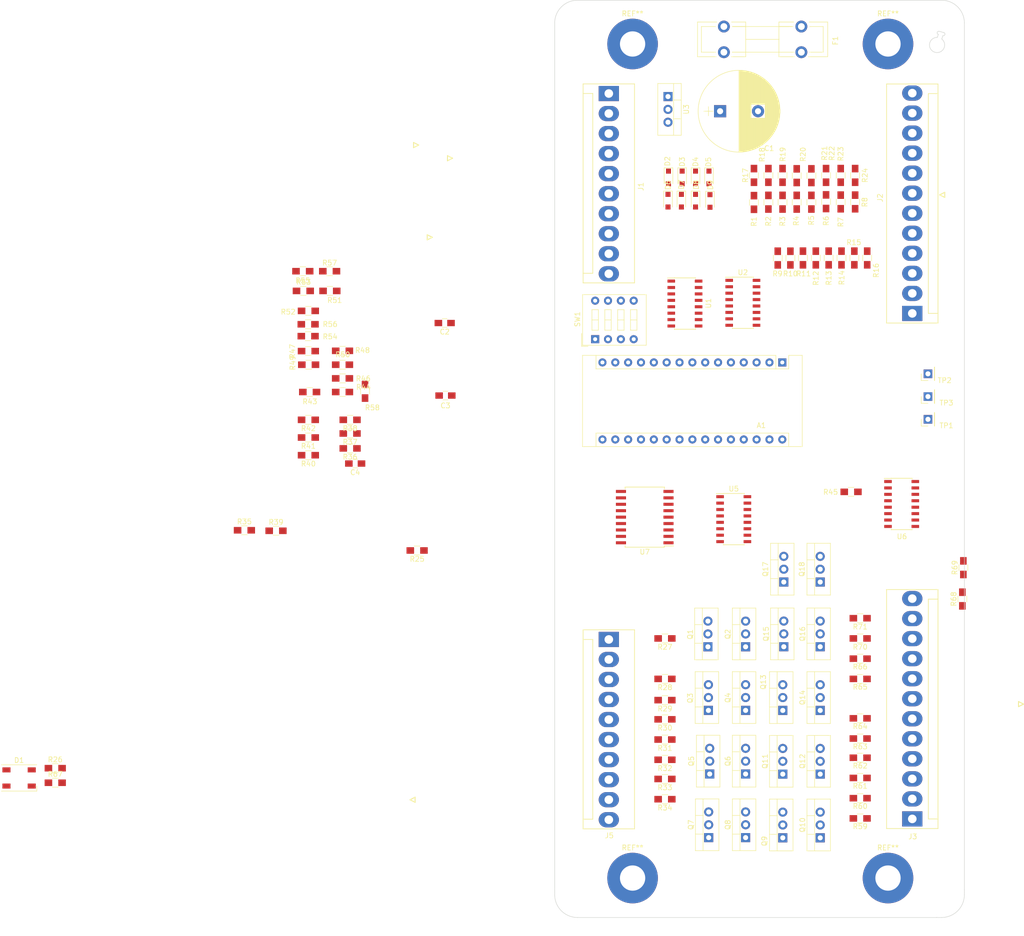
<source format=kicad_pcb>
(kicad_pcb (version 20211014) (generator pcbnew)
  (title_block (title "afterglow 1.3") (company "morbid cornflakes"))
  (layers (0 "F.Cu" signal) (31 "B.Cu" signal) (34 "B.Paste" user) (35 "F.Paste" user) (36 "B.SilkS" user "B.Silkscreen") (37 "F.SilkS" user "F.Silkscreen") (38 "B.Mask" user) (39 "F.Mask" user) (44 "Edge.Cuts" user))
  (net 0 "")
  (net 1 "/18V")
  (net 2 "GND")
  (net 3 "/RI1")
  (net 4 "/RI2")
  (net 5 "/RI3")
  (net 6 "/RI4")
  (net 7 "/RI5")
  (net 8 "/RI6")
  (net 9 "/RI7")
  (net 10 "/RI8")
  (net 11 "/RO1")
  (net 12 "/RO2")
  (net 13 "/RO3")
  (net 14 "/RO4")
  (net 15 "/RO5")
  (net 16 "/RO6")
  (net 17 "/RO7")
  (net 18 "/RO8")
  (net 19 "/CI1")
  (net 20 "/CI2")
  (net 21 "/CI3")
  (net 22 "/CI4")
  (net 23 "/CI5")
  (net 24 "/CI6")
  (net 25 "/CI7")
  (net 26 "/CI8")
  (net 27 "/CO1")
  (net 28 "/CO2")
  (net 29 "/CO3")
  (net 30 "/CO4")
  (net 31 "/CO5")
  (net 32 "/CO6")
  (net 33 "/CO7")
  (net 34 "/CO8")
  (net 35 "/IN_LOAD")
  (net 36 "/IN_DATA")
  (net 37 "/IN_CLK")
  (net 38 "Net-(U1-Pad10)")
  (net 39 "/OUT_DATA")
  (net 40 "/OUT_CLK")
  (net 41 "/OUT_LOAD")
  (net 42 "Net-(U5-Pad9)")
  (net 43 "Net-(Q9-Pad1)")
  (net 44 "Net-(Q10-Pad1)")
  (net 45 "Net-(Q11-Pad1)")
  (net 46 "Net-(Q12-Pad1)")
  (net 47 "Net-(Q13-Pad1)")
  (net 48 "Net-(Q14-Pad1)")
  (net 49 "Net-(Q15-Pad1)")
  (net 50 "Net-(Q16-Pad1)")
  (net 51 "Net-(U5-Pad1)")
  (net 52 "Net-(U5-Pad2)")
  (net 53 "Net-(U5-Pad3)")
  (net 54 "Net-(U5-Pad4)")
  (net 55 "Net-(U5-Pad5)")
  (net 56 "Net-(U5-Pad6)")
  (net 57 "Net-(U5-Pad7)")
  (net 58 "Net-(U5-Pad15)")
  (net 59 "/5V")
  (net 60 "Net-(A1-Pad20)")
  (net 61 "Net-(A1-Pad13)")
  (net 62 "Net-(A1-Pad11)")
  (net 63 "Net-(A1-Pad12)")
  (net 64 "Net-(A1-Pad14)")
  (net 65 "Net-(J1-Pad8)")
  (net 66 "Net-(A1-Pad19)")
  (net 67 "/RO9")
  (net 68 "/RO1O")
  (net 69 "/RI9")
  (net 70 "/RI10")
  (net 71 "/18V_IN")
  (net 72 "Net-(J1-Pad9)")
  (net 73 "Net-(J1-Pad7)")
  (net 74 "Net-(J1-Pad6)")
  (net 75 "Net-(J1-Pad5)")
  (net 76 "Net-(J1-Pad4)")
  (net 77 "Net-(J1-Pad3)")
  (net 78 "Net-(J1-Pad1)")
  (net 79 "/J12_RO1")
  (net 80 "/J12_RO2")
  (net 81 "/J12_RO3")
  (net 82 "/J12_RO4")
  (net 83 "/J12_RO5")
  (net 84 "/J12_RO6")
  (net 85 "/J12_RO7")
  (net 86 "/J12_RO8")
  (net 87 "/J12_RO9")
  (net 88 "/J12_RO10")
  (net 89 "/J13_CO8")
  (net 90 "/J13_CO7")
  (net 91 "/J13_CO6")
  (net 92 "/J13_CO5")
  (net 93 "/J13_CO4")
  (net 94 "/J13_CO3")
  (net 95 "/J13_CO2")
  (net 96 "/J13_CO1")
  (net 97 "Net-(Q17-Pad1)")
  (net 98 "Net-(Q18-Pad1)")
  (net 99 "Net-(A1-Pad30)")
  (net 100 "Net-(A1-Pad28)")
  (net 101 "Net-(A1-Pad26)")
  (net 102 "Net-(A1-Pad25)")
  (net 103 "Net-(A1-Pad24)")
  (net 104 "Net-(A1-Pad23)")
  (net 105 "Net-(A1-Pad3)")
  (net 106 "Net-(A1-Pad18)")
  (net 107 "Net-(A1-Pad2)")
  (net 108 "Net-(A1-Pad17)")
  (net 109 "Net-(A1-Pad1)")
  (net 110 "Net-(D1-Pad2)")
  (net 111 "Net-(J1-Pad2)")
  (net 112 "Net-(J2-Pad7)")
  (net 113 "Net-(J3-Pad7)")
  (net 114 "Net-(J5-Pad2)")
  (net 115 "Net-(U1-Pad7)")
  (net 116 "Net-(U2-Pad7)")
  (net 117 "Net-(U2-Pad10)")
  (net 118 "Net-(U6-Pad9)")
  (footprint "Resistors_SMD:R_0805_HandSoldering" (layer "F.Cu") (at 107.55 48.25 90)
    (fp_text reference "R21" (at 4.45 2.6 90) (layer "F.SilkS"))
    (fp_text value "1k")
    (pad "1" smd rect locked (at -1.35 0 90) (size 1.5 1.3) (layers "F.Cu" "F.Paste" "F.Mask") (net 23 "/CI5"))
    (pad "2" smd rect locked (at 1.35 0 90) (size 1.5 1.3) (layers "F.Cu" "F.Paste" "F.Mask") (net 74 "Net-(J1-Pad6)"))
  )
  (footprint "Pin_Headers:Pin_Header_Straight_1x01_Pitch2.54mm" (layer "F.Cu") (at 130.6 91.95 90)
    (fp_text reference "TP3" (at -1.25 3.65 180) (layer "F.SilkS"))
    (fp_text value "TestPoint")
    (pad "1" thru_hole rect locked (at 0 0 90) (size 1.7 1.7) (drill 1) (layers *.Cu *.Mask) (net 1 "/18V"))
  )
  (footprint "TO_SOT_Packages_THT:TO-220_Vertical" (layer "F.Cu") (at 109.295 141.44 90)
    (fp_text reference "Q16" (at 2.54 -3.5 90) (layer "F.SilkS"))
    (fp_text value "FQP13N06L")
    (pad "1" thru_hole rect locked (at 0 0 90) (size 1.8 1.8) (drill 1) (layers *.Cu *.Mask) (net 50 "Net-(Q16-Pad1)"))
    (pad "2" thru_hole oval locked (at 2.54 0 90) (size 1.8 1.8) (drill 1) (layers *.Cu *.Mask) (net 86 "/J12_RO8"))
    (pad "3" thru_hole oval locked (at 5.08 0 90) (size 1.8 1.8) (drill 1) (layers *.Cu *.Mask) (net 2 "GND"))
  )
  (footprint "Buttons_Switches_THT:SW_DIP_x4_W7.62mm_Slide" (layer "F.Cu") (at 64.8 80.6 90)
    (fp_text reference "SW1" (at 3.95 -3.5 270) (layer "F.SilkS"))
    (fp_text value "CFG")
    (pad "1" thru_hole rect locked (at 0 0 90) (size 1.6 1.6) (drill 0.8) (layers *.Cu *.Mask) (net 2 "GND"))
    (pad "2" thru_hole oval locked (at 0 2.54 90) (size 1.6 1.6) (drill 0.8) (layers *.Cu *.Mask) (net 2 "GND"))
    (pad "3" thru_hole oval locked (at 0 5.08 90) (size 1.6 1.6) (drill 0.8) (layers *.Cu *.Mask) (net 2 "GND"))
    (pad "4" thru_hole oval locked (at 0 7.62 90) (size 1.6 1.6) (drill 0.8) (layers *.Cu *.Mask) (net 2 "GND"))
    (pad "5" thru_hole oval locked (at 7.62 7.62 90) (size 1.6 1.6) (drill 0.8) (layers *.Cu *.Mask) (net 64 "Net-(A1-Pad14)"))
    (pad "6" thru_hole oval locked (at 7.62 5.08 90) (size 1.6 1.6) (drill 0.8) (layers *.Cu *.Mask) (net 61 "Net-(A1-Pad13)"))
    (pad "7" thru_hole oval locked (at 7.62 2.54 90) (size 1.6 1.6) (drill 0.8) (layers *.Cu *.Mask) (net 63 "Net-(A1-Pad12)"))
    (pad "8" thru_hole oval locked (at 7.62 0 90) (size 1.6 1.6) (drill 0.8) (layers *.Cu *.Mask) (net 62 "Net-(A1-Pad11)"))
  )
  (footprint "Diodes_SMD:D_SOD-323_HandSoldering" (layer "F.Cu") (at 87.5 53.25 -90)
    (fp_text reference "D9" (at -3.15 -0.1 -90) (layer "F.SilkS"))
    (fp_text value "4.7V")
    (pad "1" smd rect locked (at -1.25 0 270) (size 1 1) (layers "F.Cu" "F.Paste" "F.Mask") (net 26 "/CI8"))
    (pad "2" smd rect locked (at 1.25 0 270) (size 1 1) (layers "F.Cu" "F.Paste" "F.Mask") (net 2 "GND"))
  )
  (footprint "Diodes_SMD:D_SOD-323_HandSoldering" (layer "F.Cu") (at 84.65 53.2 -90)
    (fp_text reference "D8" (at -3.15 -0.15 -90) (layer "F.SilkS"))
    (fp_text value "4.7V")
    (pad "1" smd rect locked (at -1.25 0 270) (size 1 1) (layers "F.Cu" "F.Paste" "F.Mask") (net 25 "/CI7"))
    (pad "2" smd rect locked (at 1.25 0 270) (size 1 1) (layers "F.Cu" "F.Paste" "F.Mask") (net 2 "GND"))
  )
  (footprint "Diodes_SMD:D_SOD-323_HandSoldering" (layer "F.Cu") (at 81.85 53.2 -90)
    (fp_text reference "D7" (at -3.2 0 -90) (layer "F.SilkS"))
    (fp_text value "4.7V")
    (pad "1" smd rect locked (at -1.25 0 270) (size 1 1) (layers "F.Cu" "F.Paste" "F.Mask") (net 24 "/CI6"))
    (pad "2" smd rect locked (at 1.25 0 270) (size 1 1) (layers "F.Cu" "F.Paste" "F.Mask") (net 2 "GND"))
  )
  (footprint "Diodes_SMD:D_SOD-323_HandSoldering" (layer "F.Cu") (at 79.2 53.2 -90)
    (fp_text reference "D6" (at -3.1 0 -90) (layer "F.SilkS"))
    (fp_text value "4.7V")
    (pad "1" smd rect locked (at -1.25 0 270) (size 1 1) (layers "F.Cu" "F.Paste" "F.Mask") (net 23 "/CI5"))
    (pad "2" smd rect locked (at 1.25 0 270) (size 1 1) (layers "F.Cu" "F.Paste" "F.Mask") (net 2 "GND"))
  )
  (footprint "Resistors_SMD:R_0805_HandSoldering" (layer "F.Cu") (at 113.35 53.45 -90)
    (fp_text reference "R7" (at 4 0 -90) (layer "F.SilkS"))
    (fp_text value "1k")
    (pad "1" smd rect locked (at -1.35 0 270) (size 1.5 1.3) (layers "F.Cu" "F.Paste" "F.Mask") (net 25 "/CI7"))
    (pad "2" smd rect locked (at 1.35 0 270) (size 1.5 1.3) (layers "F.Cu" "F.Paste" "F.Mask") (net 2 "GND"))
  )
  (footprint "Resistors_SMD:R_0805_HandSoldering" (layer "F.Cu") (at 110.45 53.4 -90)
    (fp_text reference "R6" (at 3.79 0 -90) (layer "F.SilkS"))
    (fp_text value "1k")
    (pad "1" smd rect locked (at -1.35 0 270) (size 1.5 1.3) (layers "F.Cu" "F.Paste" "F.Mask") (net 24 "/CI6"))
    (pad "2" smd rect locked (at 1.35 0 270) (size 1.5 1.3) (layers "F.Cu" "F.Paste" "F.Mask") (net 2 "GND"))
  )
  (footprint "Resistors_SMD:R_0805_HandSoldering" (layer "F.Cu") (at 107.55 53.5 -90)
    (fp_text reference "R5" (at 3.6 0 -90) (layer "F.SilkS"))
    (fp_text value "1k")
    (pad "1" smd rect locked (at -1.35 0 270) (size 1.5 1.3) (layers "F.Cu" "F.Paste" "F.Mask") (net 23 "/CI5"))
    (pad "2" smd rect locked (at 1.35 0 270) (size 1.5 1.3) (layers "F.Cu" "F.Paste" "F.Mask") (net 2 "GND"))
  )
  (footprint "Resistors_SMD:R_0805_HandSoldering" (layer "F.Cu") (at 104.65 53.5 -90)
    (fp_text reference "R4" (at 3.7 0.1 -90) (layer "F.SilkS"))
    (fp_text value "1k")
    (pad "1" smd rect locked (at -1.35 0 270) (size 1.5 1.3) (layers "F.Cu" "F.Paste" "F.Mask") (net 22 "/CI4"))
    (pad "2" smd rect locked (at 1.35 0 270) (size 1.5 1.3) (layers "F.Cu" "F.Paste" "F.Mask") (net 2 "GND"))
  )
  (footprint "Resistors_SMD:R_0805_HandSoldering" (layer "F.Cu") (at 101.85 53.5 -90)
    (fp_text reference "R3" (at 3.8 0 -90) (layer "F.SilkS"))
    (fp_text value "1k")
    (pad "1" smd rect locked (at -1.35 0 270) (size 1.5 1.3) (layers "F.Cu" "F.Paste" "F.Mask") (net 21 "/CI3"))
    (pad "2" smd rect locked (at 1.35 0 270) (size 1.5 1.3) (layers "F.Cu" "F.Paste" "F.Mask") (net 2 "GND"))
  )
  (footprint "Resistors_SMD:R_0805_HandSoldering" (layer "F.Cu") (at 99.05 53.5 -90)
    (fp_text reference "R2" (at 3.79 0 -90) (layer "F.SilkS"))
    (fp_text value "1k")
    (pad "1" smd rect locked (at -1.35 0 270) (size 1.5 1.3) (layers "F.Cu" "F.Paste" "F.Mask") (net 20 "/CI2"))
    (pad "2" smd rect locked (at 1.35 0 270) (size 1.5 1.3) (layers "F.Cu" "F.Paste" "F.Mask") (net 2 "GND"))
  )
  (footprint "Resistors_SMD:R_0805_HandSoldering" (layer "F.Cu") (at 96.2 53.55 -90)
    (fp_text reference "R1" (at 3.79 0 -90) (layer "F.SilkS"))
    (fp_text value "1k")
    (pad "1" smd rect locked (at -1.35 0 270) (size 1.5 1.3) (layers "F.Cu" "F.Paste" "F.Mask") (net 19 "/CI1"))
    (pad "2" smd rect locked (at 1.35 0 270) (size 1.5 1.3) (layers "F.Cu" "F.Paste" "F.Mask") (net 2 "GND"))
  )
  (footprint "Capacitors_SMD:C_0805_HandSoldering" (layer "F.Cu") (at 35.2 91.75)
    (fp_text reference "C3" (at 0 2) (layer "F.SilkS"))
    (fp_text value "0.1")
    (pad "1" smd rect locked (at -1.25 0) (size 1.5 1.25) (layers "F.Cu" "F.Paste" "F.Mask") (net 59 "/5V"))
    (pad "2" smd rect locked (at 1.25 0) (size 1.5 1.25) (layers "F.Cu" "F.Paste" "F.Mask") (net 2 "GND"))
  )
  (footprint "Capacitors_SMD:C_0805_HandSoldering" (layer "F.Cu") (at 35.05 77.4 180)
    (fp_text reference "C2" (at 0 -1.75 180) (layer "F.SilkS"))
    (fp_text value "0.33")
    (pad "1" smd rect locked (at -1.25 0 180) (size 1.5 1.25) (layers "F.Cu" "F.Paste" "F.Mask") (net 1 "/18V"))
    (pad "2" smd rect locked (at 1.25 0 180) (size 1.5 1.25) (layers "F.Cu" "F.Paste" "F.Mask") (net 2 "GND"))
  )
  (footprint "Connectors_Molex:Molex_KK-41791-12_10x3.96mm_Straight" (layer "F.Cu") (at 127.5 175.5 90)
    (fp_text reference "J3" (at -3.5 0.1 180) (layer "F.SilkS"))
    (fp_text value "J12_OUT_R")
    (pad "1" thru_hole rect locked (at 0 0 90) (size 3 4) (drill 1.7) (layers *.Cu *.Mask) (net 79 "/J12_RO1"))
    (pad "2" thru_hole oval locked (at 3.9624 0 90) (size 3 4) (drill 1.7) (layers *.Cu *.Mask) (net 80 "/J12_RO2"))
    (pad "3" thru_hole oval locked (at 7.9248 0 90) (size 3 4) (drill 1.7) (layers *.Cu *.Mask) (net 81 "/J12_RO3"))
    (pad "4" thru_hole oval locked (at 11.8872 0 90) (size 3 4) (drill 1.7) (layers *.Cu *.Mask) (net 82 "/J12_RO4"))
    (pad "5" thru_hole oval locked (at 15.8496 0 90) (size 3 4) (drill 1.7) (layers *.Cu *.Mask) (net 83 "/J12_RO5"))
    (pad "6" thru_hole oval locked (at 19.812 0 90) (size 3 4) (drill 1.7) (layers *.Cu *.Mask) (net 84 "/J12_RO6"))
    (pad "7" thru_hole oval locked (at 23.7744 0 90) (size 3 4) (drill 1.7) (layers *.Cu *.Mask) (net 113 "Net-(J3-Pad7)"))
    (pad "8" thru_hole oval locked (at 27.7368 0 90) (size 3 4) (drill 1.7) (layers *.Cu *.Mask) (net 85 "/J12_RO7"))
    (pad "9" thru_hole oval locked (at 31.6992 0 90) (size 3 4) (drill 1.7) (layers *.Cu *.Mask) (net 86 "/J12_RO8"))
    (pad "10" thru_hole oval locked (at 35.6616 0 90) (size 3 4) (drill 1.7) (layers *.Cu *.Mask) (net 87 "/J12_RO9"))
    (pad "11" thru_hole oval locked (at 39.6216 0 90) (size 3 4) (drill 1.7) (layers *.Cu *.Mask) (net 88 "/J12_RO10"))
    (pad "12" thru_hole oval locked (at 43.58 0 90) (size 3 4) (drill 1.7) (layers *.Cu *.Mask) (net 2 "GND"))
  )
  (footprint "Resistors_SMD:R_0805_HandSoldering" (layer "F.Cu") (at 117.2 135.8 180)
    (fp_text reference "R71" (at 0 -1.7) (layer "F.SilkS"))
    (fp_text value "10k")
    (pad "1" smd rect locked (at -1.35 0 180) (size 1.5 1.3) (layers "F.Cu" "F.Paste" "F.Mask") (net 88 "/J12_RO10"))
    (pad "2" smd rect locked (at 1.35 0 180) (size 1.5 1.3) (layers "F.Cu" "F.Paste" "F.Mask") (net 1 "/18V"))
  )
  (footprint "LEDs:LED_WS2812B-PLCC4" (layer "F.Cu") (at -49.1 167.4)
    (fp_text reference "D1" (at 0 -3.5) (layer "F.SilkS"))
    (fp_text value "WS2812B")
    (pad "1" smd rect locked (at -2.5 -1.6) (size 1.6 1) (layers "F.Cu" "F.Paste" "F.Mask") (net 59 "/5V"))
    (pad "2" smd rect locked (at -2.5 1.6) (size 1.6 1) (layers "F.Cu" "F.Paste" "F.Mask") (net 110 "Net-(D1-Pad2)"))
    (pad "3" smd rect locked (at 2.5 1.6) (size 1.6 1) (layers "F.Cu" "F.Paste" "F.Mask") (net 2 "GND"))
    (pad "4" smd rect locked (at 2.5 -1.6) (size 1.6 1) (layers "F.Cu" "F.Paste" "F.Mask") (net 66 "Net-(A1-Pad19)"))
  )
  (footprint "Pin_Headers:Pin_Header_Straight_1x01_Pitch2.54mm" (layer "F.Cu") (at 130.6 87.45 90)
    (fp_text reference "TP2" (at -1.3 3.3 180) (layer "F.SilkS"))
    (fp_text value "TestPoint")
    (pad "1" thru_hole rect locked (at 0 0 90) (size 1.7 1.7) (drill 1) (layers *.Cu *.Mask) (net 59 "/5V"))
  )
  (footprint "Resistors_SMD:R_0805_HandSoldering" (layer "F.Cu") (at 96.2 48.2 90)
    (fp_text reference "R17" (at 0 -1.7 90) (layer "F.SilkS"))
    (fp_text value "1k")
    (pad "1" smd rect locked (at -1.35 0 90) (size 1.5 1.3) (layers "F.Cu" "F.Paste" "F.Mask") (net 19 "/CI1"))
    (pad "2" smd rect locked (at 1.35 0 90) (size 1.5 1.3) (layers "F.Cu" "F.Paste" "F.Mask") (net 78 "Net-(J1-Pad1)"))
  )
  (footprint "Resistors_SMD:R_0805_HandSoldering" (layer "F.Cu") (at 116.2 48.2 90)
    (fp_text reference "R24" (at 0 1.95 90) (layer "F.SilkS"))
    (fp_text value "1k")
    (pad "1" smd rect locked (at -1.35 0 90) (size 1.5 1.3) (layers "F.Cu" "F.Paste" "F.Mask") (net 26 "/CI8"))
    (pad "2" smd rect locked (at 1.35 0 90) (size 1.5 1.3) (layers "F.Cu" "F.Paste" "F.Mask") (net 72 "Net-(J1-Pad9)"))
  )
  (footprint "Resistors_SMD:R_0805_HandSoldering" (layer "F.Cu") (at 8.1 96.55 180)
    (fp_text reference "R42" (at 0 -1.7 180) (layer "F.SilkS"))
    (fp_text value "2k")
    (pad "1" smd rect locked (at -1.35 0 180) (size 1.5 1.3) (layers "F.Cu" "F.Paste" "F.Mask") (net 1 "/18V"))
    (pad "2" smd rect locked (at 1.35 0 180) (size 1.5 1.3) (layers "F.Cu" "F.Paste" "F.Mask") (net 34 "/CO8"))
  )
  (footprint "Resistors_SMD:R_0805_HandSoldering" (layer "F.Cu") (at 8.1 100.05 180)
    (fp_text reference "R41" (at 0 -1.7 180) (layer "F.SilkS"))
    (fp_text value "2k")
    (pad "1" smd rect locked (at -1.35 0 180) (size 1.5 1.3) (layers "F.Cu" "F.Paste" "F.Mask") (net 1 "/18V"))
    (pad "2" smd rect locked (at 1.35 0 180) (size 1.5 1.3) (layers "F.Cu" "F.Paste" "F.Mask") (net 33 "/CO7"))
  )
  (footprint "Connectors_Molex:Molex_KK-41791-10_10x3.96mm_Straight" (layer "F.Cu") (at 67.5 140 -90)
    (fp_text reference "J5" (at 38.8 -0.1 180) (layer "F.SilkS"))
    (fp_text value "J13_OUT_C")
    (pad "1" thru_hole rect locked (at 0 0 270) (size 3 4) (drill 1.7) (layers *.Cu *.Mask) (net 96 "/J13_CO1"))
    (pad "2" thru_hole oval locked (at 3.9624 0 270) (size 3 4) (drill 1.7) (layers *.Cu *.Mask) (net 114 "Net-(J5-Pad2)"))
    (pad "3" thru_hole oval locked (at 7.9248 0 270) (size 3 4) (drill 1.7) (layers *.Cu *.Mask) (net 95 "/J13_CO2"))
    (pad "4" thru_hole oval locked (at 11.8872 0 270) (size 3 4) (drill 1.7) (layers *.Cu *.Mask) (net 94 "/J13_CO3"))
    (pad "5" thru_hole oval locked (at 15.8496 0 270) (size 3 4) (drill 1.7) (layers *.Cu *.Mask) (net 93 "/J13_CO4"))
    (pad "6" thru_hole oval locked (at 19.812 0 270) (size 3 4) (drill 1.7) (layers *.Cu *.Mask) (net 92 "/J13_CO5"))
    (pad "7" thru_hole oval locked (at 23.7744 0 270) (size 3 4) (drill 1.7) (layers *.Cu *.Mask) (net 91 "/J13_CO6"))
    (pad "8" thru_hole oval locked (at 27.7368 0 270) (size 3 4) (drill 1.7) (layers *.Cu *.Mask) (net 90 "/J13_CO7"))
    (pad "9" thru_hole oval locked (at 31.6992 0 270) (size 3 4) (drill 1.7) (layers *.Cu *.Mask) (net 89 "/J13_CO8"))
    (pad "10" thru_hole oval locked (at 35.6616 0 270) (size 3 4) (drill 1.7) (layers *.Cu *.Mask) (net 71 "/18V_IN"))
  )
  (footprint "Resistors_SMD:R_0805_HandSoldering" (layer "F.Cu") (at 14.85 82.9 180)
    (fp_text reference "R48" (at -3.95 0.1) (layer "F.SilkS"))
    (fp_text value "10k")
    (pad "1" smd rect locked (at -1.35 0 180) (size 1.5 1.3) (layers "F.Cu" "F.Paste" "F.Mask") (net 2 "GND"))
    (pad "2" smd rect locked (at 1.35 0 180) (size 1.5 1.3) (layers "F.Cu" "F.Paste" "F.Mask") (net 13 "/RO3"))
  )
  (footprint "Resistors_SMD:R_0805_HandSoldering" (layer "F.Cu") (at 8.1 82.95)
    (fp_text reference "R47" (at -3.15 0.05 90) (layer "F.SilkS"))
    (fp_text value "220")
    (pad "1" smd rect locked (at -1.35 0) (size 1.5 1.3) (layers "F.Cu" "F.Paste" "F.Mask") (net 45 "Net-(Q11-Pad1)"))
    (pad "2" smd rect locked (at 1.35 0) (size 1.5 1.3) (layers "F.Cu" "F.Paste" "F.Mask") (net 13 "/RO3"))
  )
  (footprint "Housings_SOIC:SOIC-16_3.9x9.9mm_Pitch1.27mm" (layer "F.Cu") (at 94 73.4)
    (fp_text reference "U2" (at 0 -6 180) (layer "F.SilkS"))
    (fp_text value "74LS165")
    (pad "1" smd rect locked (at -2.7 -4.445) (size 1.5 0.6) (layers "F.Cu" "F.Paste" "F.Mask") (net 35 "/IN_LOAD"))
    (pad "2" smd rect locked (at -2.7 -3.175) (size 1.5 0.6) (layers "F.Cu" "F.Paste" "F.Mask") (net 37 "/IN_CLK"))
    (pad "3" smd rect locked (at -2.7 -1.905) (size 1.5 0.6) (layers "F.Cu" "F.Paste" "F.Mask") (net 7 "/RI5"))
    (pad "4" smd rect locked (at -2.7 -0.635) (size 1.5 0.6) (layers "F.Cu" "F.Paste" "F.Mask") (net 8 "/RI6"))
    (pad "5" smd rect locked (at -2.7 0.635) (size 1.5 0.6) (layers "F.Cu" "F.Paste" "F.Mask") (net 9 "/RI7"))
    (pad "6" smd rect locked (at -2.7 1.905) (size 1.5 0.6) (layers "F.Cu" "F.Paste" "F.Mask") (net 10 "/RI8"))
    (pad "7" smd rect locked (at -2.7 3.175) (size 1.5 0.6) (layers "F.Cu" "F.Paste" "F.Mask") (net 116 "Net-(U2-Pad7)"))
    (pad "8" smd rect locked (at -2.7 4.445) (size 1.5 0.6) (layers "F.Cu" "F.Paste" "F.Mask") (net 2 "GND"))
    (pad "9" smd rect locked (at 2.7 4.445) (size 1.5 0.6) (layers "F.Cu" "F.Paste" "F.Mask") (net 38 "Net-(U1-Pad10)"))
    (pad "10" smd rect locked (at 2.7 3.175) (size 1.5 0.6) (layers "F.Cu" "F.Paste" "F.Mask") (net 117 "Net-(U2-Pad10)"))
    (pad "11" smd rect locked (at 2.7 1.905) (size 1.5 0.6) (layers "F.Cu" "F.Paste" "F.Mask") (net 3 "/RI1"))
    (pad "12" smd rect locked (at 2.7 0.635) (size 1.5 0.6) (layers "F.Cu" "F.Paste" "F.Mask") (net 4 "/RI2"))
    (pad "13" smd rect locked (at 2.7 -0.635) (size 1.5 0.6) (layers "F.Cu" "F.Paste" "F.Mask") (net 5 "/RI3"))
    (pad "14" smd rect locked (at 2.7 -1.905) (size 1.5 0.6) (layers "F.Cu" "F.Paste" "F.Mask") (net 6 "/RI4"))
    (pad "15" smd rect locked (at 2.7 -3.175) (size 1.5 0.6) (layers "F.Cu" "F.Paste" "F.Mask") (net 2 "GND"))
    (pad "16" smd rect locked (at 2.7 -4.445) (size 1.5 0.6) (layers "F.Cu" "F.Paste" "F.Mask") (net 59 "/5V"))
  )
  (footprint "Housings_SOIC:SOIC-16_3.9x9.9mm_Pitch1.27mm" (layer "F.Cu") (at 125.4 113.2)
    (fp_text reference "U6" (at 0.05 6.45) (layer "F.SilkS"))
    (fp_text value "74HC595")
    (pad "1" smd rect locked (at -2.7 -4.445) (size 1.5 0.6) (layers "F.Cu" "F.Paste" "F.Mask") (net 12 "/RO2"))
    (pad "2" smd rect locked (at -2.7 -3.175) (size 1.5 0.6) (layers "F.Cu" "F.Paste" "F.Mask") (net 13 "/RO3"))
    (pad "3" smd rect locked (at -2.7 -1.905) (size 1.5 0.6) (layers "F.Cu" "F.Paste" "F.Mask") (net 14 "/RO4"))
    (pad "4" smd rect locked (at -2.7 -0.635) (size 1.5 0.6) (layers "F.Cu" "F.Paste" "F.Mask") (net 15 "/RO5"))
    (pad "5" smd rect locked (at -2.7 0.635) (size 1.5 0.6) (layers "F.Cu" "F.Paste" "F.Mask") (net 16 "/RO6"))
    (pad "6" smd rect locked (at -2.7 1.905) (size 1.5 0.6) (layers "F.Cu" "F.Paste" "F.Mask") (net 17 "/RO7"))
    (pad "7" smd rect locked (at -2.7 3.175) (size 1.5 0.6) (layers "F.Cu" "F.Paste" "F.Mask") (net 18 "/RO8"))
    (pad "8" smd rect locked (at -2.7 4.445) (size 1.5 0.6) (layers "F.Cu" "F.Paste" "F.Mask") (net 2 "GND"))
    (pad "9" smd rect locked (at 2.7 4.445) (size 1.5 0.6) (layers "F.Cu" "F.Paste" "F.Mask") (net 118 "Net-(U6-Pad9)"))
    (pad "10" smd rect locked (at 2.7 3.175) (size 1.5 0.6) (layers "F.Cu" "F.Paste" "F.Mask") (net 59 "/5V"))
    (pad "11" smd rect locked (at 2.7 1.905) (size 1.5 0.6) (layers "F.Cu" "F.Paste" "F.Mask") (net 40 "/OUT_CLK"))
    (pad "12" smd rect locked (at 2.7 0.635) (size 1.5 0.6) (layers "F.Cu" "F.Paste" "F.Mask") (net 41 "/OUT_LOAD"))
    (pad "13" smd rect locked (at 2.7 -0.635) (size 1.5 0.6) (layers "F.Cu" "F.Paste" "F.Mask") (net 60 "Net-(A1-Pad20)"))
    (pad "14" smd rect locked (at 2.7 -1.905) (size 1.5 0.6) (layers "F.Cu" "F.Paste" "F.Mask") (net 42 "Net-(U5-Pad9)"))
    (pad "15" smd rect locked (at 2.7 -3.175) (size 1.5 0.6) (layers "F.Cu" "F.Paste" "F.Mask") (net 11 "/RO1"))
    (pad "16" smd rect locked (at 2.7 -4.445) (size 1.5 0.6) (layers "F.Cu" "F.Paste" "F.Mask") (net 59 "/5V"))
  )
  (footprint "Resistors_SMD:R_0805_HandSoldering" (layer "F.Cu") (at 110.45 48.2 90)
    (fp_text reference "R22" (at 4.35 1.15 90) (layer "F.SilkS"))
    (fp_text value "1k")
    (pad "1" smd rect locked (at -1.35 0 90) (size 1.5 1.3) (layers "F.Cu" "F.Paste" "F.Mask") (net 24 "/CI6"))
    (pad "2" smd rect locked (at 1.35 0 90) (size 1.5 1.3) (layers "F.Cu" "F.Paste" "F.Mask") (net 73 "Net-(J1-Pad7)"))
  )
  (footprint "Resistors_SMD:R_0805_HandSoldering" (layer "F.Cu") (at 8.35 91.05)
    (fp_text reference "R43" (at 0.05 1.9) (layer "F.SilkS"))
    (fp_text value "220")
    (pad "1" smd rect locked (at -1.35 0) (size 1.5 1.3) (layers "F.Cu" "F.Paste" "F.Mask") (net 43 "Net-(Q9-Pad1)"))
    (pad "2" smd rect locked (at 1.35 0) (size 1.5 1.3) (layers "F.Cu" "F.Paste" "F.Mask") (net 11 "/RO1"))
  )
  (footprint "Diodes_SMD:D_SOD-323_HandSoldering" (layer "F.Cu") (at 87.3 48.6 -90)
    (fp_text reference "D5" (at -3.05 0.1 90) (layer "F.SilkS"))
    (fp_text value "4.7V")
    (pad "1" smd rect locked (at -1.25 0 270) (size 1 1) (layers "F.Cu" "F.Paste" "F.Mask") (net 22 "/CI4"))
    (pad "2" smd rect locked (at 1.25 0 270) (size 1 1) (layers "F.Cu" "F.Paste" "F.Mask") (net 2 "GND"))
  )
  (footprint "Diodes_SMD:D_SOD-323_HandSoldering" (layer "F.Cu") (at 84.65 48.6 -90)
    (fp_text reference "D4" (at -3.1 0 90) (layer "F.SilkS"))
    (fp_text value "4.7V")
    (pad "1" smd rect locked (at -1.25 0 270) (size 1 1) (layers "F.Cu" "F.Paste" "F.Mask") (net 21 "/CI3"))
    (pad "2" smd rect locked (at 1.25 0 270) (size 1 1) (layers "F.Cu" "F.Paste" "F.Mask") (net 2 "GND"))
  )
  (footprint "Diodes_SMD:D_SOD-323_HandSoldering" (layer "F.Cu") (at 82 48.6 -90)
    (fp_text reference "D3" (at -3.1 0 -90) (layer "F.SilkS"))
    (fp_text value "4.7V")
    (pad "1" smd rect locked (at -1.25 0 270) (size 1 1) (layers "F.Cu" "F.Paste" "F.Mask") (net 20 "/CI2"))
    (pad "2" smd rect locked (at 1.25 0 270) (size 1 1) (layers "F.Cu" "F.Paste" "F.Mask") (net 2 "GND"))
  )
  (footprint "Diodes_SMD:D_SOD-323_HandSoldering" (layer "F.Cu") (at 79.3 48.6 -90)
    (fp_text reference "D2" (at -3.2 0.2 -90) (layer "F.SilkS"))
    (fp_text value "4.7V")
    (pad "1" smd rect locked (at -1.25 0 270) (size 1 1) (layers "F.Cu" "F.Paste" "F.Mask") (net 19 "/CI1"))
    (pad "2" smd rect locked (at 1.25 0 270) (size 1 1) (layers "F.Cu" "F.Paste" "F.Mask") (net 2 "GND"))
  )
  (footprint "Resistors_SMD:R_0805_HandSoldering" (layer "F.Cu") (at 117.2 143.8 180)
    (fp_text reference "R66" (at 0 -1.6 180) (layer "F.SilkS"))
    (fp_text value "10k")
    (pad "1" smd rect locked (at -1.35 0 180) (size 1.5 1.3) (layers "F.Cu" "F.Paste" "F.Mask") (net 86 "/J12_RO8"))
    (pad "2" smd rect locked (at 1.35 0 180) (size 1.5 1.3) (layers "F.Cu" "F.Paste" "F.Mask") (net 1 "/18V"))
  )
  (footprint "Resistors_SMD:R_0805_HandSoldering" (layer "F.Cu") (at 117.2 147.8 180)
    (fp_text reference "R65" (at 0 -1.6 180) (layer "F.SilkS"))
    (fp_text value "10k")
    (pad "1" smd rect locked (at -1.35 0 180) (size 1.5 1.3) (layers "F.Cu" "F.Paste" "F.Mask") (net 85 "/J12_RO7"))
    (pad "2" smd rect locked (at 1.35 0 180) (size 1.5 1.3) (layers "F.Cu" "F.Paste" "F.Mask") (net 1 "/18V"))
  )
  (footprint "Resistors_SMD:R_0805_HandSoldering" (layer "F.Cu") (at 117.2 155.6 180)
    (fp_text reference "R64" (at 0 -1.6 180) (layer "F.SilkS"))
    (fp_text value "10k")
    (pad "1" smd rect locked (at -1.35 0 180) (size 1.5 1.3) (layers "F.Cu" "F.Paste" "F.Mask") (net 84 "/J12_RO6"))
    (pad "2" smd rect locked (at 1.35 0 180) (size 1.5 1.3) (layers "F.Cu" "F.Paste" "F.Mask") (net 1 "/18V"))
  )
  (footprint "Resistors_SMD:R_0805_HandSoldering" (layer "F.Cu") (at 117.2 159.6 180)
    (fp_text reference "R63" (at 0 -1.6 180) (layer "F.SilkS"))
    (fp_text value "10k")
    (pad "1" smd rect locked (at -1.35 0 180) (size 1.5 1.3) (layers "F.Cu" "F.Paste" "F.Mask") (net 83 "/J12_RO5"))
    (pad "2" smd rect locked (at 1.35 0 180) (size 1.5 1.3) (layers "F.Cu" "F.Paste" "F.Mask") (net 1 "/18V"))
  )
  (footprint "Resistors_SMD:R_0805_HandSoldering" (layer "F.Cu") (at 117.2 163.4 180)
    (fp_text reference "R62" (at 0 -1.6) (layer "F.SilkS"))
    (fp_text value "10k")
    (pad "1" smd rect locked (at -1.35 0 180) (size 1.5 1.3) (layers "F.Cu" "F.Paste" "F.Mask") (net 82 "/J12_RO4"))
    (pad "2" smd rect locked (at 1.35 0 180) (size 1.5 1.3) (layers "F.Cu" "F.Paste" "F.Mask") (net 1 "/18V"))
  )
  (footprint "Resistors_SMD:R_0805_HandSoldering" (layer "F.Cu") (at 117.2 167.4 180)
    (fp_text reference "R61" (at 0 -1.6 180) (layer "F.SilkS"))
    (fp_text value "10k")
    (pad "1" smd rect locked (at -1.35 0 180) (size 1.5 1.3) (layers "F.Cu" "F.Paste" "F.Mask") (net 81 "/J12_RO3"))
    (pad "2" smd rect locked (at 1.35 0 180) (size 1.5 1.3) (layers "F.Cu" "F.Paste" "F.Mask") (net 1 "/18V"))
  )
  (footprint "Resistors_SMD:R_0805_HandSoldering" (layer "F.Cu") (at 117.2 171.4 180)
    (fp_text reference "R60" (at 0 -1.6 180) (layer "F.SilkS"))
    (fp_text value "10k")
    (pad "1" smd rect locked (at -1.35 0 180) (size 1.5 1.3) (layers "F.Cu" "F.Paste" "F.Mask") (net 80 "/J12_RO2"))
    (pad "2" smd rect locked (at 1.35 0 180) (size 1.5 1.3) (layers "F.Cu" "F.Paste" "F.Mask") (net 1 "/18V"))
  )
  (footprint "Resistors_SMD:R_0805_HandSoldering" (layer "F.Cu") (at 117.2 175.4 180)
    (fp_text reference "R59" (at 0 -1.6 180) (layer "F.SilkS"))
    (fp_text value "10k")
    (pad "1" smd rect locked (at -1.35 0 180) (size 1.5 1.3) (layers "F.Cu" "F.Paste" "F.Mask") (net 79 "/J12_RO1"))
    (pad "2" smd rect locked (at 1.35 0 180) (size 1.5 1.3) (layers "F.Cu" "F.Paste" "F.Mask") (net 1 "/18V"))
  )
  (footprint "Resistors_SMD:R_0805_HandSoldering" (layer "F.Cu") (at 7.1 71.05)
    (fp_text reference "R53" (at 0.05 -1.75) (layer "F.SilkS"))
    (fp_text value "220")
    (pad "1" smd rect locked (at -1.35 0) (size 1.5 1.3) (layers "F.Cu" "F.Paste" "F.Mask") (net 48 "Net-(Q14-Pad1)"))
    (pad "2" smd rect locked (at 1.35 0) (size 1.5 1.3) (layers "F.Cu" "F.Paste" "F.Mask") (net 16 "/RO6"))
  )
  (footprint "Resistors_SMD:R_0805_HandSoldering" (layer "F.Cu") (at 12.35 71.05)
    (fp_text reference "R51" (at 0.95 1.85) (layer "F.SilkS"))
    (fp_text value "220")
    (pad "1" smd rect locked (at -1.35 0) (size 1.5 1.3) (layers "F.Cu" "F.Paste" "F.Mask") (net 47 "Net-(Q13-Pad1)"))
    (pad "2" smd rect locked (at 1.35 0) (size 1.5 1.3) (layers "F.Cu" "F.Paste" "F.Mask") (net 15 "/RO5"))
  )
  (footprint "Resistors_SMD:R_0805_HandSoldering" (layer "F.Cu") (at 1.7 118.5)
    (fp_text reference "R39" (at 0 -1.7 180) (layer "F.SilkS"))
    (fp_text value "2k")
    (pad "1" smd rect locked (at -1.35 0) (size 1.5 1.3) (layers "F.Cu" "F.Paste" "F.Mask") (net 1 "/18V"))
    (pad "2" smd rect locked (at 1.35 0) (size 1.5 1.3) (layers "F.Cu" "F.Paste" "F.Mask") (net 31 "/CO5"))
  )
  (footprint "Resistors_SMD:R_0805_HandSoldering" (layer "F.Cu") (at -4.55 118.4)
    (fp_text reference "R35" (at 0 -1.7 180) (layer "F.SilkS"))
    (fp_text value "2k")
    (pad "1" smd rect locked (at -1.35 0) (size 1.5 1.3) (layers "F.Cu" "F.Paste" "F.Mask") (net 1 "/18V"))
    (pad "2" smd rect locked (at 1.35 0) (size 1.5 1.3) (layers "F.Cu" "F.Paste" "F.Mask") (net 27 "/CO1"))
  )
  (footprint "Resistors_SMD:R_0805_HandSoldering" (layer "F.Cu") (at 78.6 171.6 180)
    (fp_text reference "R34" (at 0 -1.7) (layer "F.SilkS"))
    (fp_text value "10k")
    (pad "1" smd rect locked (at -1.35 0 180) (size 1.5 1.3) (layers "F.Cu" "F.Paste" "F.Mask") (net 2 "GND"))
    (pad "2" smd rect locked (at 1.35 0 180) (size 1.5 1.3) (layers "F.Cu" "F.Paste" "F.Mask") (net 89 "/J13_CO8"))
  )
  (footprint "Resistors_SMD:R_0805_HandSoldering" (layer "F.Cu") (at 78.6 167.6 180)
    (fp_text reference "R33" (at 0 -1.7) (layer "F.SilkS"))
    (fp_text value "10k")
    (pad "1" smd rect locked (at -1.35 0 180) (size 1.5 1.3) (layers "F.Cu" "F.Paste" "F.Mask") (net 2 "GND"))
    (pad "2" smd rect locked (at 1.35 0 180) (size 1.5 1.3) (layers "F.Cu" "F.Paste" "F.Mask") (net 90 "/J13_CO7"))
  )
  (footprint "Resistors_SMD:R_0805_HandSoldering" (layer "F.Cu") (at 78.6 163.8 180)
    (fp_text reference "R32" (at 0 -1.7) (layer "F.SilkS"))
    (fp_text value "10k")
    (pad "1" smd rect locked (at -1.35 0 180) (size 1.5 1.3) (layers "F.Cu" "F.Paste" "F.Mask") (net 2 "GND"))
    (pad "2" smd rect locked (at 1.35 0 180) (size 1.5 1.3) (layers "F.Cu" "F.Paste" "F.Mask") (net 91 "/J13_CO6"))
  )
  (footprint "Resistors_SMD:R_0805_HandSoldering" (layer "F.Cu") (at 78.6 159.8 180)
    (fp_text reference "R31" (at 0 -1.7) (layer "F.SilkS"))
    (fp_text value "10k")
    (pad "1" smd rect locked (at -1.35 0 180) (size 1.5 1.3) (layers "F.Cu" "F.Paste" "F.Mask") (net 2 "GND"))
    (pad "2" smd rect locked (at 1.35 0 180) (size 1.5 1.3) (layers "F.Cu" "F.Paste" "F.Mask") (net 92 "/J13_CO5"))
  )
  (footprint "Resistors_SMD:R_0805_HandSoldering" (layer "F.Cu") (at 78.6 155.8 180)
    (fp_text reference "R30" (at 0 -1.7) (layer "F.SilkS"))
    (fp_text value "10k")
    (pad "1" smd rect locked (at -1.35 0 180) (size 1.5 1.3) (layers "F.Cu" "F.Paste" "F.Mask") (net 2 "GND"))
    (pad "2" smd rect locked (at 1.35 0 180) (size 1.5 1.3) (layers "F.Cu" "F.Paste" "F.Mask") (net 93 "/J13_CO4"))
  )
  (footprint "Resistors_SMD:R_0805_HandSoldering" (layer "F.Cu") (at 78.6 152 180)
    (fp_text reference "R29" (at 0 -1.7) (layer "F.SilkS"))
    (fp_text value "10k")
    (pad "1" smd rect locked (at -1.35 0 180) (size 1.5 1.3) (layers "F.Cu" "F.Paste" "F.Mask") (net 2 "GND"))
    (pad "2" smd rect locked (at 1.35 0 180) (size 1.5 1.3) (layers "F.Cu" "F.Paste" "F.Mask") (net 94 "/J13_CO3"))
  )
  (footprint "Fuse_Holders_and_Fuses:Fuseholder5x20_horiz_open_lateral_Type-II" (layer "F.Cu") (at 90.25 18.75)
    (fp_text reference "F1" (at 22.05 2.8 -270) (layer "F.SilkS"))
    (fp_text value "5A SB")
    (pad "1" thru_hole circle locked (at 0 0) (size 2.35 2.35) (drill 1.35) (layers *.Cu *.Mask) (net 1 "/18V"))
    (pad "1" thru_hole circle locked (at 0 5.08) (size 2.35 2.35) (drill 1.35) (layers *.Cu *.Mask) (net 1 "/18V"))
    (pad "2" thru_hole circle locked (at 15.32 5.08) (size 2.35 2.35) (drill 1.35) (layers *.Cu *.Mask) (net 71 "/18V_IN"))
    (pad "2" thru_hole circle locked (at 15.32 0) (size 2.35 2.35) (drill 1.35) (layers *.Cu *.Mask) (net 71 "/18V_IN"))
  )
  (footprint "Resistors_SMD:R_0805_HandSoldering" (layer "F.Cu") (at 78.6 147.8 180)
    (fp_text reference "R28" (at 0 -1.7) (layer "F.SilkS"))
    (fp_text value "10k")
    (pad "1" smd rect locked (at -1.35 0 180) (size 1.5 1.3) (layers "F.Cu" "F.Paste" "F.Mask") (net 2 "GND"))
    (pad "2" smd rect locked (at 1.35 0 180) (size 1.5 1.3) (layers "F.Cu" "F.Paste" "F.Mask") (net 95 "/J13_CO2"))
  )
  (footprint "Resistors_SMD:R_0805_HandSoldering" (layer "F.Cu") (at 78.6 139.8 180)
    (fp_text reference "R27" (at 0 -1.7) (layer "F.SilkS"))
    (fp_text value "10k")
    (pad "1" smd rect locked (at -1.35 0 180) (size 1.5 1.3) (layers "F.Cu" "F.Paste" "F.Mask") (net 2 "GND"))
    (pad "2" smd rect locked (at 1.35 0 180) (size 1.5 1.3) (layers "F.Cu" "F.Paste" "F.Mask") (net 96 "/J13_CO1"))
  )
  (footprint "Resistors_SMD:R_0805_HandSoldering" (layer "F.Cu") (at 118.585 64.535 -90)
    (fp_text reference "R16" (at 2.465 -1.765 -90) (layer "F.SilkS"))
    (fp_text value "1k")
    (pad "1" smd rect locked (at -1.35 0 270) (size 1.5 1.3) (layers "F.Cu" "F.Paste" "F.Mask") (net 10 "/RI8"))
    (pad "2" smd rect locked (at 1.35 0 270) (size 1.5 1.3) (layers "F.Cu" "F.Paste" "F.Mask") (net 59 "/5V"))
  )
  (footprint "Resistors_SMD:R_0805_HandSoldering" (layer "F.Cu") (at 116.045 64.535 -90)
    (fp_text reference "R15" (at -3.085 0.095 180) (layer "F.SilkS"))
    (fp_text value "1k")
    (pad "1" smd rect locked (at -1.35 0 270) (size 1.5 1.3) (layers "F.Cu" "F.Paste" "F.Mask") (net 9 "/RI7"))
    (pad "2" smd rect locked (at 1.35 0 270) (size 1.5 1.3) (layers "F.Cu" "F.Paste" "F.Mask") (net 59 "/5V"))
  )
  (footprint "Resistors_SMD:R_0805_HandSoldering" (layer "F.Cu") (at 113.505 64.535 -90)
    (fp_text reference "R14" (at 3.915 -0.045 -90) (layer "F.SilkS"))
    (fp_text value "1k")
    (pad "1" smd rect locked (at -1.35 0 270) (size 1.5 1.3) (layers "F.Cu" "F.Paste" "F.Mask") (net 8 "/RI6"))
    (pad "2" smd rect locked (at 1.35 0 270) (size 1.5 1.3) (layers "F.Cu" "F.Paste" "F.Mask") (net 59 "/5V"))
  )
  (footprint "Resistors_SMD:R_0805_HandSoldering" (layer "F.Cu") (at 108.425 64.535 -90)
    (fp_text reference "R12" (at 4.015 -0.025 -90) (layer "F.SilkS"))
    (fp_text value "1k")
    (pad "1" smd rect locked (at -1.35 0 270) (size 1.5 1.3) (layers "F.Cu" "F.Paste" "F.Mask") (net 6 "/RI4"))
    (pad "2" smd rect locked (at 1.35 0 270) (size 1.5 1.3) (layers "F.Cu" "F.Paste" "F.Mask") (net 59 "/5V"))
  )
  (footprint "Resistors_SMD:R_0805_HandSoldering" (layer "F.Cu") (at 105.885 64.535 -90)
    (fp_text reference "R11" (at 3.115 -0.115 180) (layer "F.SilkS"))
    (fp_text value "1k")
    (pad "1" smd rect locked (at -1.35 0 270) (size 1.5 1.3) (layers "F.Cu" "F.Paste" "F.Mask") (net 5 "/RI3"))
    (pad "2" smd rect locked (at 1.35 0 270) (size 1.5 1.3) (layers "F.Cu" "F.Paste" "F.Mask") (net 59 "/5V"))
  )
  (footprint "Resistors_SMD:R_0805_HandSoldering" (layer "F.Cu") (at 103.4 64.55 -90)
    (fp_text reference "R10" (at 3.1 0 180) (layer "F.SilkS"))
    (fp_text value "1k")
    (pad "1" smd rect locked (at -1.35 0 270) (size 1.5 1.3) (layers "F.Cu" "F.Paste" "F.Mask") (net 4 "/RI2"))
    (pad "2" smd rect locked (at 1.35 0 270) (size 1.5 1.3) (layers "F.Cu" "F.Paste" "F.Mask") (net 59 "/5V"))
  )
  (footprint "Resistors_SMD:R_0805_HandSoldering" (layer "F.Cu") (at 100.9 64.55 -90)
    (fp_text reference "R9" (at 3.1 0.05 180) (layer "F.SilkS"))
    (fp_text value "1k")
    (pad "1" smd rect locked (at -1.35 0 270) (size 1.5 1.3) (layers "F.Cu" "F.Paste" "F.Mask") (net 3 "/RI1"))
    (pad "2" smd rect locked (at 1.35 0 270) (size 1.5 1.3) (layers "F.Cu" "F.Paste" "F.Mask") (net 59 "/5V"))
  )
  (footprint "Resistors_SMD:R_0805_HandSoldering" (layer "F.Cu") (at 110.965 64.535 -90)
    (fp_text reference "R13" (at 3.965 -0.035 -90) (layer "F.SilkS"))
    (fp_text value "1k")
    (pad "1" smd rect locked (at -1.35 0 270) (size 1.5 1.3) (layers "F.Cu" "F.Paste" "F.Mask") (net 7 "/RI5"))
    (pad "2" smd rect locked (at 1.35 0 270) (size 1.5 1.3) (layers "F.Cu" "F.Paste" "F.Mask") (net 59 "/5V"))
  )
  (footprint "TO_SOT_Packages_THT:TO-220_Vertical" (layer "F.Cu") (at 87.095 141.45 90)
    (fp_text reference "Q1" (at 2.45 -3.495 90) (layer "F.SilkS"))
    (fp_text value "FQP11P06")
    (pad "1" thru_hole rect locked (at 0 0 90) (size 1.8 1.8) (drill 1) (layers *.Cu *.Mask) (net 27 "/CO1"))
    (pad "2" thru_hole oval locked (at 2.54 0 90) (size 1.8 1.8) (drill 1) (layers *.Cu *.Mask) (net 96 "/J13_CO1"))
    (pad "3" thru_hole oval locked (at 5.08 0 90) (size 1.8 1.8) (drill 1) (layers *.Cu *.Mask) (net 1 "/18V"))
  )
  (footprint "TO_SOT_Packages_THT:TO-220_Vertical" (layer "F.Cu") (at 94.545 141.45 90)
    (fp_text reference "Q2" (at 2.5 -3.5 90) (layer "F.SilkS"))
    (fp_text value "FQP11P06")
    (pad "1" thru_hole rect locked (at 0 0 90) (size 1.8 1.8) (drill 1) (layers *.Cu *.Mask) (net 28 "/CO2"))
    (pad "2" thru_hole oval locked (at 2.54 0 90) (size 1.8 1.8) (drill 1) (layers *.Cu *.Mask) (net 95 "/J13_CO2"))
    (pad "3" thru_hole oval locked (at 5.08 0 90) (size 1.8 1.8) (drill 1) (layers *.Cu *.Mask) (net 1 "/18V"))
  )
  (footprint "TO_SOT_Packages_THT:TO-220_Vertical" (layer "F.Cu") (at 87.195 154.033333 90)
    (fp_text reference "Q3" (at 2.433333 -3.595 90) (layer "F.SilkS"))
    (fp_text value "FQP11P06")
    (pad "1" thru_hole rect locked (at 0 0 90) (size 1.8 1.8) (drill 1) (layers *.Cu *.Mask) (net 29 "/CO3"))
    (pad "2" thru_hole oval locked (at 2.54 0 90) (size 1.8 1.8) (drill 1) (layers *.Cu *.Mask) (net 94 "/J13_CO3"))
    (pad "3" thru_hole oval locked (at 5.08 0 90) (size 1.8 1.8) (drill 1) (layers *.Cu *.Mask) (net 1 "/18V"))
  )
  (footprint "TO_SOT_Packages_THT:TO-220_Vertical" (layer "F.Cu") (at 94.545 154.033333 90)
    (fp_text reference "Q4" (at 2.5 -3.5 90) (layer "F.SilkS"))
    (fp_text value "FQP11P06")
    (pad "1" thru_hole rect locked (at 0 0 90) (size 1.8 1.8) (drill 1) (layers *.Cu *.Mask) (net 30 "/CO4"))
    (pad "2" thru_hole oval locked (at 2.54 0 90) (size 1.8 1.8) (drill 1) (layers *.Cu *.Mask) (net 93 "/J13_CO4"))
    (pad "3" thru_hole oval locked (at 5.08 0 90) (size 1.8 1.8) (drill 1) (layers *.Cu *.Mask) (net 1 "/18V"))
  )
  (footprint "TO_SOT_Packages_THT:TO-220_Vertical" (layer "F.Cu") (at 87.445 166.616666 90)
    (fp_text reference "Q5" (at 2.54 -3.62 90) (layer "F.SilkS"))
    (fp_text value "FQP11P06")
    (pad "1" thru_hole rect locked (at 0 0 90) (size 1.8 1.8) (drill 1) (layers *.Cu *.Mask) (net 31 "/CO5"))
    (pad "2" thru_hole oval locked (at 2.54 0 90) (size 1.8 1.8) (drill 1) (layers *.Cu *.Mask) (net 92 "/J13_CO5"))
    (pad "3" thru_hole oval locked (at 5.08 0 90) (size 1.8 1.8) (drill 1) (layers *.Cu *.Mask) (net 1 "/18V"))
  )
  (footprint "TO_SOT_Packages_THT:TO-220_Vertical" (layer "F.Cu") (at 94.545 166.616666 90)
    (fp_text reference "Q6" (at 2.54 -3.5 90) (layer "F.SilkS"))
    (fp_text value "FQP11P06")
    (pad "1" thru_hole rect locked (at 0 0 90) (size 1.8 1.8) (drill 1) (layers *.Cu *.Mask) (net 32 "/CO6"))
    (pad "2" thru_hole oval locked (at 2.54 0 90) (size 1.8 1.8) (drill 1) (layers *.Cu *.Mask) (net 91 "/J13_CO6"))
    (pad "3" thru_hole oval locked (at 5.08 0 90) (size 1.8 1.8) (drill 1) (layers *.Cu *.Mask) (net 1 "/18V"))
  )
  (footprint "TO_SOT_Packages_THT:TO-220_Vertical" (layer "F.Cu") (at 87.245 179.2 90)
    (fp_text reference "Q7" (at 2.54 -3.5 90) (layer "F.SilkS"))
    (fp_text value "FQP11P06")
    (pad "1" thru_hole rect locked (at 0 0 90) (size 1.8 1.8) (drill 1) (layers *.Cu *.Mask) (net 33 "/CO7"))
    (pad "2" thru_hole oval locked (at 2.54 0 90) (size 1.8 1.8) (drill 1) (layers *.Cu *.Mask) (net 90 "/J13_CO7"))
    (pad "3" thru_hole oval locked (at 5.08 0 90) (size 1.8 1.8) (drill 1) (layers *.Cu *.Mask) (net 1 "/18V"))
  )
  (footprint "TO_SOT_Packages_THT:TO-220_Vertical" (layer "F.Cu") (at 94.545 179.2 90)
    (fp_text reference "Q8" (at 2.54 -3.5 90) (layer "F.SilkS"))
    (fp_text value "FQP11P06")
    (pad "1" thru_hole rect locked (at 0 0 90) (size 1.8 1.8) (drill 1) (layers *.Cu *.Mask) (net 34 "/CO8"))
    (pad "2" thru_hole oval locked (at 2.54 0 90) (size 1.8 1.8) (drill 1) (layers *.Cu *.Mask) (net 89 "/J13_CO8"))
    (pad "3" thru_hole oval locked (at 5.08 0 90) (size 1.8 1.8) (drill 1) (layers *.Cu *.Mask) (net 1 "/18V"))
  )
  (footprint "TO_SOT_Packages_THT:TO-220_Vertical" (layer "F.Cu") (at 101.895 179.24 90)
    (fp_text reference "Q9" (at -0.65 -3.62 90) (layer "F.SilkS"))
    (fp_text value "FQP13N06L")
    (pad "1" thru_hole rect locked (at 0 0 90) (size 1.8 1.8) (drill 1) (layers *.Cu *.Mask) (net 43 "Net-(Q9-Pad1)"))
    (pad "2" thru_hole oval locked (at 2.54 0 90) (size 1.8 1.8) (drill 1) (layers *.Cu *.Mask) (net 79 "/J12_RO1"))
    (pad "3" thru_hole oval locked (at 5.08 0 90) (size 1.8 1.8) (drill 1) (layers *.Cu *.Mask) (net 2 "GND"))
  )
  (footprint "TO_SOT_Packages_THT:TO-220_Vertical" (layer "F.Cu") (at 109.295 179.24 90)
    (fp_text reference "Q10" (at 2.54 -3.5 90) (layer "F.SilkS"))
    (fp_text value "FQP13N06L")
    (pad "1" thru_hole rect locked (at 0 0 90) (size 1.8 1.8) (drill 1) (layers *.Cu *.Mask) (net 44 "Net-(Q10-Pad1)"))
    (pad "2" thru_hole oval locked (at 2.54 0 90) (size 1.8 1.8) (drill 1) (layers *.Cu *.Mask) (net 80 "/J12_RO2"))
    (pad "3" thru_hole oval locked (at 5.08 0 90) (size 1.8 1.8) (drill 1) (layers *.Cu *.Mask) (net 2 "GND"))
  )
  (footprint "TO_SOT_Packages_THT:TO-220_Vertical" (layer "F.Cu") (at 101.895 166.64 90)
    (fp_text reference "Q11" (at 2.54 -3.5 90) (layer "F.SilkS"))
    (fp_text value "FQP13N06L")
    (pad "1" thru_hole rect locked (at 0 0 90) (size 1.8 1.8) (drill 1) (layers *.Cu *.Mask) (net 45 "Net-(Q11-Pad1)"))
    (pad "2" thru_hole oval locked (at 2.54 0 90) (size 1.8 1.8) (drill 1) (layers *.Cu *.Mask) (net 81 "/J12_RO3"))
    (pad "3" thru_hole oval locked (at 5.08 0 90) (size 1.8 1.8) (drill 1) (layers *.Cu *.Mask) (net 2 "GND"))
  )
  (footprint "TO_SOT_Packages_THT:TO-220_Vertical" (layer "F.Cu") (at 109.295 166.64 90)
    (fp_text reference "Q12" (at 2.54 -3.5 90) (layer "F.SilkS"))
    (fp_text value "FQP13N06L")
    (pad "1" thru_hole rect locked (at 0 0 90) (size 1.8 1.8) (drill 1) (layers *.Cu *.Mask) (net 46 "Net-(Q12-Pad1)"))
    (pad "2" thru_hole oval locked (at 2.54 0 90) (size 1.8 1.8) (drill 1) (layers *.Cu *.Mask) (net 82 "/J12_RO4"))
    (pad "3" thru_hole oval locked (at 5.08 0 90) (size 1.8 1.8) (drill 1) (layers *.Cu *.Mask) (net 2 "GND"))
  )
  (footprint "TO_SOT_Packages_THT:TO-220_Vertical" (layer "F.Cu") (at 101.895 154.04 90)
    (fp_text reference "Q13" (at 5.6 -3.85 90) (layer "F.SilkS"))
    (fp_text value "FQP13N06L")
    (pad "1" thru_hole rect locked (at 0 0 90) (size 1.8 1.8) (drill 1) (layers *.Cu *.Mask) (net 47 "Net-(Q13-Pad1)"))
    (pad "2" thru_hole oval locked (at 2.54 0 90) (size 1.8 1.8) (drill 1) (layers *.Cu *.Mask) (net 83 "/J12_RO5"))
    (pad "3" thru_hole oval locked (at 5.08 0 90) (size 1.8 1.8) (drill 1) (layers *.Cu *.Mask) (net 2 "GND"))
  )
  (footprint "Resistors_SMD:R_0805_HandSoldering" (layer "F.Cu") (at 104.65 48.25 90)
    (fp_text reference "R20" (at 4.2 1.25 90) (layer "F.SilkS"))
    (fp_text value "1k")
    (pad "1" smd rect locked (at -1.35 0 90) (size 1.5 1.3) (layers "F.Cu" "F.Paste" "F.Mask") (net 22 "/CI4"))
    (pad "2" smd rect locked (at 1.35 0 90) (size 1.5 1.3) (layers "F.Cu" "F.Paste" "F.Mask") (net 75 "Net-(J1-Pad5)"))
  )
  (footprint "Resistors_SMD:R_0805_HandSoldering" (layer "F.Cu") (at 29.6 122.4 180)
    (fp_text reference "R25" (at 0 -1.7) (layer "F.SilkS"))
    (fp_text value "10k")
    (pad "1" smd rect locked (at -1.35 0 180) (size 1.5 1.3) (layers "F.Cu" "F.Paste" "F.Mask") (net 59 "/5V"))
    (pad "2" smd rect locked (at 1.35 0 180) (size 1.5 1.3) (layers "F.Cu" "F.Paste" "F.Mask") (net 60 "Net-(A1-Pad20)"))
  )
  (footprint "Housings_SOIC:SOIC-16_3.9x9.9mm_Pitch1.27mm" (layer "F.Cu") (at 92.2 116.2)
    (fp_text reference "U5" (at 0 -6) (layer "F.SilkS"))
    (fp_text value "74HC595")
    (pad "1" smd rect locked (at -2.7 -4.445) (size 1.5 0.6) (layers "F.Cu" "F.Paste" "F.Mask") (net 51 "Net-(U5-Pad1)"))
    (pad "2" smd rect locked (at -2.7 -3.175) (size 1.5 0.6) (layers "F.Cu" "F.Paste" "F.Mask") (net 52 "Net-(U5-Pad2)"))
    (pad "3" smd rect locked (at -2.7 -1.905) (size 1.5 0.6) (layers "F.Cu" "F.Paste" "F.Mask") (net 53 "Net-(U5-Pad3)"))
    (pad "4" smd rect locked (at -2.7 -0.635) (size 1.5 0.6) (layers "F.Cu" "F.Paste" "F.Mask") (net 54 "Net-(U5-Pad4)"))
    (pad "5" smd rect locked (at -2.7 0.635) (size 1.5 0.6) (layers "F.Cu" "F.Paste" "F.Mask") (net 55 "Net-(U5-Pad5)"))
    (pad "6" smd rect locked (at -2.7 1.905) (size 1.5 0.6) (layers "F.Cu" "F.Paste" "F.Mask") (net 56 "Net-(U5-Pad6)"))
    (pad "7" smd rect locked (at -2.7 3.175) (size 1.5 0.6) (layers "F.Cu" "F.Paste" "F.Mask") (net 57 "Net-(U5-Pad7)"))
    (pad "8" smd rect locked (at -2.7 4.445) (size 1.5 0.6) (layers "F.Cu" "F.Paste" "F.Mask") (net 2 "GND"))
    (pad "9" smd rect locked (at 2.7 4.445) (size 1.5 0.6) (layers "F.Cu" "F.Paste" "F.Mask") (net 42 "Net-(U5-Pad9)"))
    (pad "10" smd rect locked (at 2.7 3.175) (size 1.5 0.6) (layers "F.Cu" "F.Paste" "F.Mask") (net 59 "/5V"))
    (pad "11" smd rect locked (at 2.7 1.905) (size 1.5 0.6) (layers "F.Cu" "F.Paste" "F.Mask") (net 40 "/OUT_CLK"))
    (pad "12" smd rect locked (at 2.7 0.635) (size 1.5 0.6) (layers "F.Cu" "F.Paste" "F.Mask") (net 41 "/OUT_LOAD"))
    (pad "13" smd rect locked (at 2.7 -0.635) (size 1.5 0.6) (layers "F.Cu" "F.Paste" "F.Mask") (net 60 "Net-(A1-Pad20)"))
    (pad "14" smd rect locked (at 2.7 -1.905) (size 1.5 0.6) (layers "F.Cu" "F.Paste" "F.Mask") (net 39 "/OUT_DATA"))
    (pad "15" smd rect locked (at 2.7 -3.175) (size 1.5 0.6) (layers "F.Cu" "F.Paste" "F.Mask") (net 58 "Net-(U5-Pad15)"))
    (pad "16" smd rect locked (at 2.7 -4.445) (size 1.5 0.6) (layers "F.Cu" "F.Paste" "F.Mask") (net 59 "/5V"))
  )
  (footprint "Resistors_SMD:R_0805_HandSoldering" (layer "F.Cu") (at 117.2 139.8 180)
    (fp_text reference "R70" (at 0 -1.7) (layer "F.SilkS"))
    (fp_text value "10k")
    (pad "1" smd rect locked (at -1.35 0 180) (size 1.5 1.3) (layers "F.Cu" "F.Paste" "F.Mask") (net 87 "/J12_RO9"))
    (pad "2" smd rect locked (at 1.35 0 180) (size 1.5 1.3) (layers "F.Cu" "F.Paste" "F.Mask") (net 1 "/18V"))
  )
  (footprint "Housings_SOIC:SOIC-18W_7.5x11.6mm_Pitch1.27mm" (layer "F.Cu") (at 74.6 115.8 180)
    (fp_text reference "U7" (at 0 -6.875) (layer "F.SilkS"))
    (fp_text value "ULN2803A")
    (pad "1" smd rect locked (at -4.7 -5.08 180) (size 2 0.6) (layers "F.Cu" "F.Paste" "F.Mask") (net 58 "Net-(U5-Pad15)"))
    (pad "2" smd rect locked (at -4.7 -3.81 180) (size 2 0.6) (layers "F.Cu" "F.Paste" "F.Mask") (net 51 "Net-(U5-Pad1)"))
    (pad "3" smd rect locked (at -4.7 -2.54 180) (size 2 0.6) (layers "F.Cu" "F.Paste" "F.Mask") (net 52 "Net-(U5-Pad2)"))
    (pad "4" smd rect locked (at -4.7 -1.27 180) (size 2 0.6) (layers "F.Cu" "F.Paste" "F.Mask") (net 53 "Net-(U5-Pad3)"))
    (pad "5" smd rect locked (at -4.7 0 180) (size 2 0.6) (layers "F.Cu" "F.Paste" "F.Mask") (net 54 "Net-(U5-Pad4)"))
    (pad "6" smd rect locked (at -4.7 1.27 180) (size 2 0.6) (layers "F.Cu" "F.Paste" "F.Mask") (net 55 "Net-(U5-Pad5)"))
    (pad "7" smd rect locked (at -4.7 2.54 180) (size 2 0.6) (layers "F.Cu" "F.Paste" "F.Mask") (net 56 "Net-(U5-Pad6)"))
    (pad "8" smd rect locked (at -4.7 3.81 180) (size 2 0.6) (layers "F.Cu" "F.Paste" "F.Mask") (net 57 "Net-(U5-Pad7)"))
    (pad "9" smd rect locked (at -4.7 5.08 180) (size 2 0.6) (layers "F.Cu" "F.Paste" "F.Mask") (net 2 "GND"))
    (pad "10" smd rect locked (at 4.7 5.08 180) (size 2 0.6) (layers "F.Cu" "F.Paste" "F.Mask") (net 1 "/18V"))
    (pad "11" smd rect locked (at 4.7 3.81 180) (size 2 0.6) (layers "F.Cu" "F.Paste" "F.Mask") (net 34 "/CO8"))
    (pad "12" smd rect locked (at 4.7 2.54 180) (size 2 0.6) (layers "F.Cu" "F.Paste" "F.Mask") (net 33 "/CO7"))
    (pad "13" smd rect locked (at 4.7 1.27 180) (size 2 0.6) (layers "F.Cu" "F.Paste" "F.Mask") (net 32 "/CO6"))
    (pad "14" smd rect locked (at 4.7 0 180) (size 2 0.6) (layers "F.Cu" "F.Paste" "F.Mask") (net 31 "/CO5"))
    (pad "15" smd rect locked (at 4.7 -1.27 180) (size 2 0.6) (layers "F.Cu" "F.Paste" "F.Mask") (net 30 "/CO4"))
    (pad "16" smd rect locked (at 4.7 -2.54 180) (size 2 0.6) (layers "F.Cu" "F.Paste" "F.Mask") (net 29 "/CO3"))
    (pad "17" smd rect locked (at 4.7 -3.81 180) (size 2 0.6) (layers "F.Cu" "F.Paste" "F.Mask") (net 28 "/CO2"))
    (pad "18" smd rect locked (at 4.7 -5.08 180) (size 2 0.6) (layers "F.Cu" "F.Paste" "F.Mask") (net 27 "/CO1"))
  )
  (footprint "Resistors_SMD:R_0805_HandSoldering" (layer "F.Cu") (at 19.3 90.9 -90)
    (fp_text reference "R58" (at 3.25 -1.45 180) (layer "F.SilkS"))
    (fp_text value "10k")
    (pad "1" smd rect locked (at -1.35 0 270) (size 1.5 1.3) (layers "F.Cu" "F.Paste" "F.Mask") (net 2 "GND"))
    (pad "2" smd rect locked (at 1.35 0 270) (size 1.5 1.3) (layers "F.Cu" "F.Paste" "F.Mask") (net 18 "/RO8"))
  )
  (footprint "Resistors_SMD:R_0805_HandSoldering" (layer "F.Cu") (at 12.3 67.15)
    (fp_text reference "R57" (at 0 -1.65) (layer "F.SilkS"))
    (fp_text value "220")
    (pad "1" smd rect locked (at -1.35 0) (size 1.5 1.3) (layers "F.Cu" "F.Paste" "F.Mask") (net 50 "Net-(Q16-Pad1)"))
    (pad "2" smd rect locked (at 1.35 0) (size 1.5 1.3) (layers "F.Cu" "F.Paste" "F.Mask") (net 18 "/RO8"))
  )
  (footprint "Resistors_SMD:R_0805_HandSoldering" (layer "F.Cu") (at 8.05 77.65)
    (fp_text reference "R56" (at 4.35 0) (layer "F.SilkS"))
    (fp_text value "10k")
    (pad "1" smd rect locked (at -1.35 0) (size 1.5 1.3) (layers "F.Cu" "F.Paste" "F.Mask") (net 2 "GND"))
    (pad "2" smd rect locked (at 1.35 0) (size 1.5 1.3) (layers "F.Cu" "F.Paste" "F.Mask") (net 17 "/RO7"))
  )
  (footprint "Resistors_SMD:R_0805_HandSoldering" (layer "F.Cu") (at 7 67.15)
    (fp_text reference "R55" (at 0 1.85) (layer "F.SilkS"))
    (fp_text value "220")
    (pad "1" smd rect locked (at -1.35 0) (size 1.5 1.3) (layers "F.Cu" "F.Paste" "F.Mask") (net 49 "Net-(Q15-Pad1)"))
    (pad "2" smd rect locked (at 1.35 0) (size 1.5 1.3) (layers "F.Cu" "F.Paste" "F.Mask") (net 17 "/RO7"))
  )
  (footprint "Resistors_SMD:R_0805_HandSoldering" (layer "F.Cu") (at 8.05 80)
    (fp_text reference "R54" (at 4.35 0.1) (layer "F.SilkS"))
    (fp_text value "10k")
    (pad "1" smd rect locked (at -1.35 0) (size 1.5 1.3) (layers "F.Cu" "F.Paste" "F.Mask") (net 2 "GND"))
    (pad "2" smd rect locked (at 1.35 0) (size 1.5 1.3) (layers "F.Cu" "F.Paste" "F.Mask") (net 16 "/RO6"))
  )
  (footprint "Resistors_SMD:R_0805_HandSoldering" (layer "F.Cu") (at 8.1 75)
    (fp_text reference "R52" (at -4 0.2) (layer "F.SilkS"))
    (fp_text value "10k")
    (pad "1" smd rect locked (at -1.35 0) (size 1.5 1.3) (layers "F.Cu" "F.Paste" "F.Mask") (net 2 "GND"))
    (pad "2" smd rect locked (at 1.35 0) (size 1.5 1.3) (layers "F.Cu" "F.Paste" "F.Mask") (net 15 "/RO5"))
  )
  (footprint "Resistors_SMD:R_0805_HandSoldering" (layer "F.Cu") (at 14.85 85.65 180)
    (fp_text reference "R50" (at -0.05 2) (layer "F.SilkS"))
    (fp_text value "10k")
    (pad "1" smd rect locked (at -1.35 0 180) (size 1.5 1.3) (layers "F.Cu" "F.Paste" "F.Mask") (net 2 "GND"))
    (pad "2" smd rect locked (at 1.35 0 180) (size 1.5 1.3) (layers "F.Cu" "F.Paste" "F.Mask") (net 14 "/RO4"))
  )
  (footprint "Resistors_SMD:R_0805_HandSoldering" (layer "F.Cu") (at 8.15 85.65)
    (fp_text reference "R49" (at -3.15 -0.35 90) (layer "F.SilkS"))
    (fp_text value "220")
    (pad "1" smd rect locked (at -1.35 0) (size 1.5 1.3) (layers "F.Cu" "F.Paste" "F.Mask") (net 46 "Net-(Q12-Pad1)"))
    (pad "2" smd rect locked (at 1.35 0) (size 1.5 1.3) (layers "F.Cu" "F.Paste" "F.Mask") (net 14 "/RO4"))
  )
  (footprint "Capacitors_SMD:C_0805_HandSoldering" (layer "F.Cu") (at 17.35 105.2 180)
    (fp_text reference "C4" (at 0 -1.75 180) (layer "F.SilkS"))
    (fp_text value "0.33")
    (pad "1" smd rect locked (at -1.25 0 180) (size 1.5 1.25) (layers "F.Cu" "F.Paste" "F.Mask") (net 2 "GND"))
    (pad "2" smd rect locked (at 1.25 0 180) (size 1.5 1.25) (layers "F.Cu" "F.Paste" "F.Mask") (net 59 "/5V"))
  )
  (footprint "TO_SOT_Packages_THT:TO-220_Vertical" (layer "F.Cu") (at 79.2 32.6 -90)
    (fp_text reference "U3" (at 2.54 -3.62 90) (layer "F.SilkS"))
    (fp_text value "5V_Regulator")
    (pad "1" thru_hole rect locked (at 0 0 270) (size 1.8 1.8) (drill 1) (layers *.Cu *.Mask) (net 1 "/18V"))
    (pad "2" thru_hole oval locked (at 2.54 0 270) (size 1.8 1.8) (drill 1) (layers *.Cu *.Mask) (net 2 "GND"))
    (pad "3" thru_hole oval locked (at 5.08 0 270) (size 1.8 1.8) (drill 1) (layers *.Cu *.Mask) (net 59 "/5V"))
  )
  (footprint "Resistors_SMD:R_0805_HandSoldering" (layer "F.Cu") (at 99.05 48.2 90)
    (fp_text reference "R18" (at 4.1 -1.25 90) (layer "F.SilkS"))
    (fp_text value "1k")
    (pad "1" smd rect locked (at -1.35 0 90) (size 1.5 1.3) (layers "F.Cu" "F.Paste" "F.Mask") (net 20 "/CI2"))
    (pad "2" smd rect locked (at 1.35 0 90) (size 1.5 1.3) (layers "F.Cu" "F.Paste" "F.Mask") (net 77 "Net-(J1-Pad3)"))
  )
  (footprint "Housings_SOIC:SOIC-16_3.9x9.9mm_Pitch1.27mm" (layer "F.Cu") (at 82.55 73.55)
    (fp_text reference "U1" (at 4.65 -0.05 90) (layer "F.SilkS"))
    (fp_text value "74LS165")
    (pad "1" smd rect locked (at -2.7 -4.445) (size 1.5 0.6) (layers "F.Cu" "F.Paste" "F.Mask") (net 35 "/IN_LOAD"))
    (pad "2" smd rect locked (at -2.7 -3.175) (size 1.5 0.6) (layers "F.Cu" "F.Paste" "F.Mask") (net 37 "/IN_CLK"))
    (pad "3" smd rect locked (at -2.7 -1.905) (size 1.5 0.6) (layers "F.Cu" "F.Paste" "F.Mask") (net 23 "/CI5"))
    (pad "4" smd rect locked (at -2.7 -0.635) (size 1.5 0.6) (layers "F.Cu" "F.Paste" "F.Mask") (net 24 "/CI6"))
    (pad "5" smd rect locked (at -2.7 0.635) (size 1.5 0.6) (layers "F.Cu" "F.Paste" "F.Mask") (net 25 "/CI7"))
    (pad "6" smd rect locked (at -2.7 1.905) (size 1.5 0.6) (layers "F.Cu" "F.Paste" "F.Mask") (net 26 "/CI8"))
    (pad "7" smd rect locked (at -2.7 3.175) (size 1.5 0.6) (layers "F.Cu" "F.Paste" "F.Mask") (net 115 "Net-(U1-Pad7)"))
    (pad "8" smd rect locked (at -2.7 4.445) (size 1.5 0.6) (layers "F.Cu" "F.Paste" "F.Mask") (net 2 "GND"))
    (pad "9" smd rect locked (at 2.7 4.445) (size 1.5 0.6) (layers "F.Cu" "F.Paste" "F.Mask") (net 36 "/IN_DATA"))
    (pad "10" smd rect locked (at 2.7 3.175) (size 1.5 0.6) (layers "F.Cu" "F.Paste" "F.Mask") (net 38 "Net-(U1-Pad10)"))
    (pad "11" smd rect locked (at 2.7 1.905) (size 1.5 0.6) (layers "F.Cu" "F.Paste" "F.Mask") (net 19 "/CI1"))
    (pad "12" smd rect locked (at 2.7 0.635) (size 1.5 0.6) (layers "F.Cu" "F.Paste" "F.Mask") (net 20 "/CI2"))
    (pad "13" smd rect locked (at 2.7 -0.635) (size 1.5 0.6) (layers "F.Cu" "F.Paste" "F.Mask") (net 21 "/CI3"))
    (pad "14" smd rect locked (at 2.7 -1.905) (size 1.5 0.6) (layers "F.Cu" "F.Paste" "F.Mask") (net 22 "/CI4"))
    (pad "15" smd rect locked (at 2.7 -3.175) (size 1.5 0.6) (layers "F.Cu" "F.Paste" "F.Mask") (net 2 "GND"))
    (pad "16" smd rect locked (at 2.7 -4.445) (size 1.5 0.6) (layers "F.Cu" "F.Paste" "F.Mask") (net 59 "/5V"))
  )
  (footprint "TO_SOT_Packages_THT:TO-220_Vertical" (layer "F.Cu") (at 109.295 154.04 90)
    (fp_text reference "Q14" (at 2.54 -3.5 270) (layer "F.SilkS"))
    (fp_text value "FQP13N06L")
    (pad "1" thru_hole rect locked (at 0 0 90) (size 1.8 1.8) (drill 1) (layers *.Cu *.Mask) (net 48 "Net-(Q14-Pad1)"))
    (pad "2" thru_hole oval locked (at 2.54 0 90) (size 1.8 1.8) (drill 1) (layers *.Cu *.Mask) (net 84 "/J12_RO6"))
    (pad "3" thru_hole oval locked (at 5.08 0 90) (size 1.8 1.8) (drill 1) (layers *.Cu *.Mask) (net 2 "GND"))
  )
  (footprint "Resistors_SMD:R_0805_HandSoldering" (layer "F.Cu") (at 101.85 48.2 90)
    (fp_text reference "R19" (at 4.15 0.05 90) (layer "F.SilkS"))
    (fp_text value "1k")
    (pad "1" smd rect locked (at -1.35 0 90) (size 1.5 1.3) (layers "F.Cu" "F.Paste" "F.Mask") (net 21 "/CI3"))
    (pad "2" smd rect locked (at 1.35 0 90) (size 1.5 1.3) (layers "F.Cu" "F.Paste" "F.Mask") (net 76 "Net-(J1-Pad4)"))
  )
  (footprint "Resistors_SMD:R_0805_HandSoldering" (layer "F.Cu") (at 14.85 91.05 180)
    (fp_text reference "R44" (at -4.15 0.95) (layer "F.SilkS"))
    (fp_text value "10k")
    (pad "1" smd rect locked (at -1.35 0 180) (size 1.5 1.3) (layers "F.Cu" "F.Paste" "F.Mask") (net 2 "GND"))
    (pad "2" smd rect locked (at 1.35 0 180) (size 1.5 1.3) (layers "F.Cu" "F.Paste" "F.Mask") (net 11 "/RO1"))
  )
  (footprint "Resistors_SMD:R_0805_HandSoldering" (layer "F.Cu") (at 116.2 53.45 -90)
    (fp_text reference "R8" (at 0.05 -1.9 -90) (layer "F.SilkS"))
    (fp_text value "1k")
    (pad "1" smd rect locked (at -1.35 0 270) (size 1.5 1.3) (layers "F.Cu" "F.Paste" "F.Mask") (net 26 "/CI8"))
    (pad "2" smd rect locked (at 1.35 0 270) (size 1.5 1.3) (layers "F.Cu" "F.Paste" "F.Mask") (net 2 "GND"))
  )
  (footprint "Resistors_SMD:R_0805_HandSoldering" (layer "F.Cu") (at 113.35 48.2 90)
    (fp_text reference "R23" (at 4.25 0 90) (layer "F.SilkS"))
    (fp_text value "1k")
    (pad "1" smd rect locked (at -1.35 0 90) (size 1.5 1.3) (layers "F.Cu" "F.Paste" "F.Mask") (net 25 "/CI7"))
    (pad "2" smd rect locked (at 1.35 0 90) (size 1.5 1.3) (layers "F.Cu" "F.Paste" "F.Mask") (net 65 "Net-(J1-Pad8)"))
  )
  (footprint "Resistors_SMD:R_0805_HandSoldering" (layer "F.Cu") (at 16.35 102.2 180)
    (fp_text reference "R36" (at 0 -1.7 180) (layer "F.SilkS"))
    (fp_text value "2k")
    (pad "1" smd rect locked (at -1.35 0 180) (size 1.5 1.3) (layers "F.Cu" "F.Paste" "F.Mask") (net 1 "/18V"))
    (pad "2" smd rect locked (at 1.35 0 180) (size 1.5 1.3) (layers "F.Cu" "F.Paste" "F.Mask") (net 28 "/CO2"))
  )
  (footprint "TO_SOT_Packages_THT:TO-220_Vertical" (layer "F.Cu") (at 102.095 128.64 90)
    (fp_text reference "Q17" (at 2.54 -3.62 90) (layer "F.SilkS"))
    (fp_text value "FQP13N06L")
    (pad "1" thru_hole rect locked (at 0 0 90) (size 1.8 1.8) (drill 1) (layers *.Cu *.Mask) (net 97 "Net-(Q17-Pad1)"))
    (pad "2" thru_hole oval locked (at 2.54 0 90) (size 1.8 1.8) (drill 1) (layers *.Cu *.Mask) (net 87 "/J12_RO9"))
    (pad "3" thru_hole oval locked (at 5.08 0 90) (size 1.8 1.8) (drill 1) (layers *.Cu *.Mask) (net 2 "GND"))
  )
  (footprint "Pin_Headers:Pin_Header_Straight_1x01_Pitch2.54mm" (layer "F.Cu") (at 130.6 96.45 90)
    (fp_text reference "TP1" (at -1.25 3.65 180) (layer "F.SilkS"))
    (fp_text value "TestPoint")
    (pad "1" thru_hole rect locked (at 0 0 90) (size 1.7 1.7) (drill 1) (layers *.Cu *.Mask) (net 2 "GND"))
  )
  (footprint "Resistors_SMD:R_0805_HandSoldering" (layer "F.Cu") (at 16.35 96.55 180)
    (fp_text reference "R38" (at 0 -1.7 180) (layer "F.SilkS"))
    (fp_text value "2k")
    (pad "1" smd rect locked (at -1.35 0 180) (size 1.5 1.3) (layers "F.Cu" "F.Paste" "F.Mask") (net 1 "/18V"))
    (pad "2" smd rect locked (at 1.35 0 180) (size 1.5 1.3) (layers "F.Cu" "F.Paste" "F.Mask") (net 30 "/CO4"))
  )
  (footprint "Resistors_SMD:R_0805_HandSoldering" (layer "F.Cu") (at 16.35 99.25 180)
    (fp_text reference "R37" (at 0 -1.7 180) (layer "F.SilkS"))
    (fp_text value "2k")
    (pad "1" smd rect locked (at -1.35 0 180) (size 1.5 1.3) (layers "F.Cu" "F.Paste" "F.Mask") (net 1 "/18V"))
    (pad "2" smd rect locked (at 1.35 0 180) (size 1.5 1.3) (layers "F.Cu" "F.Paste" "F.Mask") (net 29 "/CO3"))
  )
  (footprint "Resistors_SMD:R_0805_HandSoldering" (layer "F.Cu") (at 14.85 88.35 180)
    (fp_text reference "R46" (at -4.1 -0.05) (layer "F.SilkS"))
    (fp_text value "10k")
    (pad "1" smd rect locked (at -1.35 0 180) (size 1.5 1.3) (layers "F.Cu" "F.Paste" "F.Mask") (net 2 "GND"))
    (pad "2" smd rect locked (at 1.35 0 180) (size 1.5 1.3) (layers "F.Cu" "F.Paste" "F.Mask") (net 12 "/RO2"))
  )
  (footprint "Resistors_SMD:R_0805_HandSoldering" (layer "F.Cu") (at 115.4 110.8)
    (fp_text reference "R45" (at -4.05 0.05) (layer "F.SilkS"))
    (fp_text value "220")
    (pad "1" smd rect locked (at -1.35 0) (size 1.5 1.3) (layers "F.Cu" "F.Paste" "F.Mask") (net 44 "Net-(Q10-Pad1)"))
    (pad "2" smd rect locked (at 1.35 0) (size 1.5 1.3) (layers "F.Cu" "F.Paste" "F.Mask") (net 12 "/RO2"))
  )
  (footprint "Resistors_SMD:R_0805_HandSoldering" (layer "F.Cu") (at 8.1 103.55 180)
    (fp_text reference "R40" (at 0 -1.7 180) (layer "F.SilkS"))
    (fp_text value "2k")
    (pad "1" smd rect locked (at -1.35 0 180) (size 1.5 1.3) (layers "F.Cu" "F.Paste" "F.Mask") (net 1 "/18V"))
    (pad "2" smd rect locked (at 1.35 0 180) (size 1.5 1.3) (layers "F.Cu" "F.Paste" "F.Mask") (net 32 "/CO6"))
  )
  (footprint "Resistors_SMD:R_0805_HandSoldering" (layer "F.Cu") (at 137.6 125.8 90)
    (fp_text reference "R69" (at 0 -1.7 90) (layer "F.SilkS"))
    (fp_text value "10k")
    (pad "1" smd rect locked (at -1.35 0 90) (size 1.5 1.3) (layers "F.Cu" "F.Paste" "F.Mask") (net 2 "GND"))
    (pad "2" smd rect locked (at 1.35 0 90) (size 1.5 1.3) (layers "F.Cu" "F.Paste" "F.Mask") (net 68 "/RO1O"))
  )
  (footprint "Resistors_SMD:R_0805_HandSoldering" (layer "F.Cu") (at 137.4 132 90)
    (fp_text reference "R68" (at 0 -1.7 90) (layer "F.SilkS"))
    (fp_text value "220")
    (pad "1" smd rect locked (at -1.35 0 90) (size 1.5 1.3) (layers "F.Cu" "F.Paste" "F.Mask") (net 98 "Net-(Q18-Pad1)"))
    (pad "2" smd rect locked (at 1.35 0 90) (size 1.5 1.3) (layers "F.Cu" "F.Paste" "F.Mask") (net 68 "/RO1O"))
  )
  (footprint "Resistors_SMD:R_0805_HandSoldering" (layer "F.Cu") (at -41.95 168.345)
    (fp_text reference "R67" (at 0 -1.7) (layer "F.SilkS"))
    (fp_text value "10k")
    (pad "1" smd rect locked (at -1.35 0) (size 1.5 1.3) (layers "F.Cu" "F.Paste" "F.Mask") (net 2 "GND"))
    (pad "2" smd rect locked (at 1.35 0) (size 1.5 1.3) (layers "F.Cu" "F.Paste" "F.Mask") (net 67 "/RO9"))
  )
  (footprint "Resistors_SMD:R_0805_HandSoldering" (layer "F.Cu") (at -41.95 165.465)
    (fp_text reference "R26" (at 0 -1.7) (layer "F.SilkS"))
    (fp_text value "220")
    (pad "1" smd rect locked (at -1.35 0) (size 1.5 1.3) (layers "F.Cu" "F.Paste" "F.Mask") (net 97 "Net-(Q17-Pad1)"))
    (pad "2" smd rect locked (at 1.35 0) (size 1.5 1.3) (layers "F.Cu" "F.Paste" "F.Mask") (net 67 "/RO9"))
  )
  (footprint "TO_SOT_Packages_THT:TO-220_Vertical" (layer "F.Cu") (at 109.295 128.64 90)
    (fp_text reference "Q18" (at 2.54 -3.62 90) (layer "F.SilkS"))
    (fp_text value "FQP13N06L")
    (pad "1" thru_hole rect locked (at 0 0 90) (size 1.8 1.8) (drill 1) (layers *.Cu *.Mask) (net 98 "Net-(Q18-Pad1)"))
    (pad "2" thru_hole oval locked (at 2.54 0 90) (size 1.8 1.8) (drill 1) (layers *.Cu *.Mask) (net 88 "/J12_RO10"))
    (pad "3" thru_hole oval locked (at 5.08 0 90) (size 1.8 1.8) (drill 1) (layers *.Cu *.Mask) (net 2 "GND"))
  )
  (footprint "Mounting_Holes:MountingHole_5mm_Pad" (layer "F.Cu") (at 72.2 187.2)
    (fp_text reference "REF**" (at 0 -6) (layer "F.SilkS"))
    (fp_text value "MountingHole_5mm_Pad")
    (pad "1" thru_hole circle locked (at 0 0) (size 10 10) (drill 5) (layers *.Cu *.Mask))
  )
  (footprint "Mounting_Holes:MountingHole_5mm_Pad" (layer "F.Cu") (at 122.7 187.2)
    (fp_text reference "REF**" (at 0 -6) (layer "F.SilkS"))
    (fp_text value "MountingHole_5mm_Pad")
    (pad "1" thru_hole circle locked (at 0 0) (size 10 10) (drill 5) (layers *.Cu *.Mask))
  )
  (footprint "Mounting_Holes:MountingHole_5mm_Pad" (layer "F.Cu") (at 122.7 22.2)
    (fp_text reference "REF**" (at 0 -6) (layer "F.SilkS"))
    (fp_text value "MountingHole_5mm_Pad")
    (pad "1" thru_hole circle locked (at 0 0) (size 10 10) (drill 5) (layers *.Cu *.Mask))
  )
  (footprint "Mounting_Holes:MountingHole_5mm_Pad" (layer "F.Cu") (at 72.2 22.2)
    (fp_text reference "REF**" (at 0 -6) (layer "F.SilkS"))
    (fp_text value "MountingHole_5mm_Pad")
    (pad "1" thru_hole circle locked (at 0 0) (size 10 10) (drill 5) (layers *.Cu *.Mask))
  )
  (footprint "Capacitors_THT:CP_Radial_D16.0mm_P7.50mm" (layer "F.Cu") (at 89.5 35.5)
    (fp_text reference "C1" (at 9.7 7.35) (layer "F.SilkS"))
    (fp_text value "1000uF")
    (pad "1" thru_hole rect locked (at 0 0) (size 2.4 2.4) (drill 1.2) (layers *.Cu *.Mask) (net 1 "/18V"))
    (pad "2" thru_hole circle locked (at 7.5 0) (size 2.4 2.4) (drill 1.2) (layers *.Cu *.Mask) (net 2 "GND"))
  )
  (footprint "Modules:Arduino_Nano" (layer "F.Cu") (at 101.8 85.2 -90)
    (fp_text reference "A1" (at 12.45 4.15 180) (layer "F.SilkS"))
    (fp_text value "Arduino_Nano_v3.x")
    (pad "1" thru_hole rect locked (at 0 0 270) (size 1.6 1.6) (drill 0.8) (layers *.Cu *.Mask) (net 109 "Net-(A1-Pad1)"))
    (pad "2" thru_hole oval locked (at 0 2.54 270) (size 1.6 1.6) (drill 0.8) (layers *.Cu *.Mask) (net 107 "Net-(A1-Pad2)"))
    (pad "3" thru_hole oval locked (at 0 5.08 270) (size 1.6 1.6) (drill 0.8) (layers *.Cu *.Mask) (net 105 "Net-(A1-Pad3)"))
    (pad "4" thru_hole oval locked (at 0 7.62 270) (size 1.6 1.6) (drill 0.8) (layers *.Cu *.Mask) (net 2 "GND"))
    (pad "5" thru_hole oval locked (at 0 10.16 270) (size 1.6 1.6) (drill 0.8) (layers *.Cu *.Mask) (net 36 "/IN_DATA"))
    (pad "6" thru_hole oval locked (at 0 12.7 270) (size 1.6 1.6) (drill 0.8) (layers *.Cu *.Mask) (net 37 "/IN_CLK"))
    (pad "7" thru_hole oval locked (at 0 15.24 270) (size 1.6 1.6) (drill 0.8) (layers *.Cu *.Mask) (net 35 "/IN_LOAD"))
    (pad "8" thru_hole oval locked (at 0 17.78 270) (size 1.6 1.6) (drill 0.8) (layers *.Cu *.Mask) (net 39 "/OUT_DATA"))
    (pad "9" thru_hole oval locked (at 0 20.32 270) (size 1.6 1.6) (drill 0.8) (layers *.Cu *.Mask) (net 40 "/OUT_CLK"))
    (pad "10" thru_hole oval locked (at 0 22.86 270) (size 1.6 1.6) (drill 0.8) (layers *.Cu *.Mask) (net 41 "/OUT_LOAD"))
    (pad "11" thru_hole oval locked (at 0 25.4 270) (size 1.6 1.6) (drill 0.8) (layers *.Cu *.Mask) (net 62 "Net-(A1-Pad11)"))
    (pad "12" thru_hole oval locked (at 0 27.94 270) (size 1.6 1.6) (drill 0.8) (layers *.Cu *.Mask) (net 63 "Net-(A1-Pad12)"))
    (pad "13" thru_hole oval locked (at 0 30.48 270) (size 1.6 1.6) (drill 0.8) (layers *.Cu *.Mask) (net 61 "Net-(A1-Pad13)"))
    (pad "14" thru_hole oval locked (at 0 33.02 270) (size 1.6 1.6) (drill 0.8) (layers *.Cu *.Mask) (net 64 "Net-(A1-Pad14)"))
    (pad "15" thru_hole oval locked (at 0 35.56 270) (size 1.6 1.6) (drill 0.8) (layers *.Cu *.Mask) (net 69 "/RI9"))
    (pad "16" thru_hole oval locked (at 15.24 35.56 270) (size 1.6 1.6) (drill 0.8) (layers *.Cu *.Mask) (net 70 "/RI10"))
    (pad "17" thru_hole oval locked (at 15.24 33.02 270) (size 1.6 1.6) (drill 0.8) (layers *.Cu *.Mask) (net 108 "Net-(A1-Pad17)"))
    (pad "18" thru_hole oval locked (at 15.24 30.48 270) (size 1.6 1.6) (drill 0.8) (layers *.Cu *.Mask) (net 106 "Net-(A1-Pad18)"))
    (pad "19" thru_hole oval locked (at 15.24 27.94 270) (size 1.6 1.6) (drill 0.8) (layers *.Cu *.Mask) (net 66 "Net-(A1-Pad19)"))
    (pad "20" thru_hole oval locked (at 15.24 25.4 270) (size 1.6 1.6) (drill 0.8) (layers *.Cu *.Mask) (net 60 "Net-(A1-Pad20)"))
    (pad "21" thru_hole oval locked (at 15.24 22.86 270) (size 1.6 1.6) (drill 0.8) (layers *.Cu *.Mask) (net 67 "/RO9"))
    (pad "22" thru_hole oval locked (at 15.24 20.32 270) (size 1.6 1.6) (drill 0.8) (layers *.Cu *.Mask) (net 68 "/RO1O"))
    (pad "23" thru_hole oval locked (at 15.24 17.78 270) (size 1.6 1.6) (drill 0.8) (layers *.Cu *.Mask) (net 104 "Net-(A1-Pad23)"))
    (pad "24" thru_hole oval locked (at 15.24 15.24 270) (size 1.6 1.6) (drill 0.8) (layers *.Cu *.Mask) (net 103 "Net-(A1-Pad24)"))
    (pad "25" thru_hole oval locked (at 15.24 12.7 270) (size 1.6 1.6) (drill 0.8) (layers *.Cu *.Mask) (net 102 "Net-(A1-Pad25)"))
    (pad "26" thru_hole oval locked (at 15.24 10.16 270) (size 1.6 1.6) (drill 0.8) (layers *.Cu *.Mask) (net 101 "Net-(A1-Pad26)"))
    (pad "27" thru_hole oval locked (at 15.24 7.62 270) (size 1.6 1.6) (drill 0.8) (layers *.Cu *.Mask) (net 59 "/5V"))
    (pad "28" thru_hole oval locked (at 15.24 5.08 270) (size 1.6 1.6) (drill 0.8) (layers *.Cu *.Mask) (net 100 "Net-(A1-Pad28)"))
    (pad "29" thru_hole oval locked (at 15.24 2.54 270) (size 1.6 1.6) (drill 0.8) (layers *.Cu *.Mask) (net 2 "GND"))
    (pad "30" thru_hole oval locked (at 15.24 0 270) (size 1.6 1.6) (drill 0.8) (layers *.Cu *.Mask) (net 99 "Net-(A1-Pad30)"))
  )
  (footprint "Connectors_Molex:Molex_KK-41791-12_10x3.96mm_Straight" (layer "F.Cu") (at 127.5 75.5 90)
    (fp_text reference "J2" (at 22.86 -6.35 90) (layer "F.SilkS"))
    (fp_text value "J12_IN_R")
    (pad "1" thru_hole rect locked (at 0 0 90) (size 3 4) (drill 1.7) (layers *.Cu *.Mask) (net 3 "/RI1"))
    (pad "2" thru_hole oval locked (at 3.9624 0 90) (size 3 4) (drill 1.7) (layers *.Cu *.Mask) (net 4 "/RI2"))
    (pad "3" thru_hole oval locked (at 7.9248 0 90) (size 3 4) (drill 1.7) (layers *.Cu *.Mask) (net 5 "/RI3"))
    (pad "4" thru_hole oval locked (at 11.8872 0 90) (size 3 4) (drill 1.7) (layers *.Cu *.Mask) (net 6 "/RI4"))
    (pad "5" thru_hole oval locked (at 15.8496 0 90) (size 3 4) (drill 1.7) (layers *.Cu *.Mask) (net 7 "/RI5"))
    (pad "6" thru_hole oval locked (at 19.812 0 90) (size 3 4) (drill 1.7) (layers *.Cu *.Mask) (net 8 "/RI6"))
    (pad "7" thru_hole oval locked (at 23.7744 0 90) (size 3 4) (drill 1.7) (layers *.Cu *.Mask) (net 112 "Net-(J2-Pad7)"))
    (pad "8" thru_hole oval locked (at 27.7368 0 90) (size 3 4) (drill 1.7) (layers *.Cu *.Mask) (net 9 "/RI7"))
    (pad "9" thru_hole oval locked (at 31.6992 0 90) (size 3 4) (drill 1.7) (layers *.Cu *.Mask) (net 10 "/RI8"))
    (pad "10" thru_hole oval locked (at 35.6616 0 90) (size 3 4) (drill 1.7) (layers *.Cu *.Mask) (net 69 "/RI9"))
    (pad "11" thru_hole oval locked (at 39.6216 0 90) (size 3 4) (drill 1.7) (layers *.Cu *.Mask) (net 70 "/RI10"))
    (pad "12" thru_hole oval locked (at 43.58 0 90) (size 3 4) (drill 1.7) (layers *.Cu *.Mask) (net 2 "GND"))
  )
  (footprint "Connectors_Molex:Molex_KK-41791-10_10x3.96mm_Straight" (layer "F.Cu") (at 67.5 32 -90)
    (fp_text reference "J1" (at 18.415 -6.35 90) (layer "F.SilkS"))
    (fp_text value "J13_IN_C")
    (pad "1" thru_hole rect locked (at 0 0 270) (size 3 4) (drill 1.7) (layers *.Cu *.Mask) (net 78 "Net-(J1-Pad1)"))
    (pad "2" thru_hole oval locked (at 3.9624 0 270) (size 3 4) (drill 1.7) (layers *.Cu *.Mask) (net 111 "Net-(J1-Pad2)"))
    (pad "3" thru_hole oval locked (at 7.9248 0 270) (size 3 4) (drill 1.7) (layers *.Cu *.Mask) (net 77 "Net-(J1-Pad3)"))
    (pad "4" thru_hole oval locked (at 11.8872 0 270) (size 3 4) (drill 1.7) (layers *.Cu *.Mask) (net 76 "Net-(J1-Pad4)"))
    (pad "5" thru_hole oval locked (at 15.8496 0 270) (size 3 4) (drill 1.7) (layers *.Cu *.Mask) (net 75 "Net-(J1-Pad5)"))
    (pad "6" thru_hole oval locked (at 19.812 0 270) (size 3 4) (drill 1.7) (layers *.Cu *.Mask) (net 74 "Net-(J1-Pad6)"))
    (pad "7" thru_hole oval locked (at 23.7744 0 270) (size 3 4) (drill 1.7) (layers *.Cu *.Mask) (net 73 "Net-(J1-Pad7)"))
    (pad "8" thru_hole oval locked (at 27.7368 0 270) (size 3 4) (drill 1.7) (layers *.Cu *.Mask) (net 65 "Net-(J1-Pad8)"))
    (pad "9" thru_hole oval locked (at 31.6992 0 270) (size 3 4) (drill 1.7) (layers *.Cu *.Mask) (net 72 "Net-(J1-Pad9)"))
    (pad "10" thru_hole oval locked (at 35.6616 0 270) (size 3 4) (drill 1.7) (layers *.Cu *.Mask) (net 71 "/18V_IN"))
  )
  (footprint "TO_SOT_Packages_THT:TO-220_Vertical" (layer "F.Cu") (at 102.095 141.44 90)
    (fp_text reference "Q15" (at 2.54 -3.5 270) (layer "F.SilkS"))
    (fp_text value "FQP13N06L")
    (pad "1" thru_hole rect locked (at 0 0 90) (size 1.8 1.8) (drill 1) (layers *.Cu *.Mask) (net 49 "Net-(Q15-Pad1)"))
    (pad "2" thru_hole oval locked (at 2.54 0 90) (size 1.8 1.8) (drill 1) (layers *.Cu *.Mask) (net 85 "/J12_RO7"))
    (pad "3" thru_hole oval locked (at 5.08 0 90) (size 1.8 1.8) (drill 1) (layers *.Cu *.Mask) (net 2 "GND"))
  )
  (gr_line (start 132.915 52.05) (end 133.915 51.55) (layer "F.SilkS") (width 0.2))
  (gr_line (start 133.915 51.55) (end 133.915 52.55) (layer "F.SilkS") (width 0.2))
  (gr_line (start 133.915 52.55) (end 132.915 52.05) (layer "F.SilkS") (width 0.2))
  (gr_line (start 29.196418 172.212792) (end 28.196418 171.712792) (layer "F.SilkS") (width 0.2))
  (gr_line (start 29.196418 171.212792) (end 29.196418 172.212792) (layer "F.SilkS") (width 0.2))
  (gr_line (start 28.196418 171.712792) (end 29.196418 171.212792) (layer "F.SilkS") (width 0.2))
  (gr_line (start 148.503582 153.287208) (end 148.503582 152.287208) (layer "F.SilkS") (width 0.2))
  (gr_line (start 148.503582 152.287208) (end 149.503582 152.787208) (layer "F.SilkS") (width 0.2))
  (gr_line (start 149.503582 152.787208) (end 148.503582 153.287208) (layer "F.SilkS") (width 0.2))
  (gr_line (start 31.6 60.95) (end 31.6 59.95) (layer "F.SilkS") (width 0.2))
  (gr_line (start 32.6 60.45) (end 31.6 60.95) (layer "F.SilkS") (width 0.2))
  (gr_line (start 31.6 59.95) (end 32.6 60.45) (layer "F.SilkS") (width 0.2))
  (gr_line (start 29.9 42.2) (end 28.9 42.7) (layer "F.SilkS") (width 0.2))
  (gr_line (start 28.9 41.7) (end 29.9 42.2) (layer "F.SilkS") (width 0.2))
  (gr_line (start 28.9 42.7) (end 28.9 41.7) (layer "F.SilkS") (width 0.2))
  (gr_line (start 36.6 44.8) (end 35.6 45.3) (layer "F.SilkS") (width 0.2))
  (gr_line (start 35.6 45.3) (end 35.6 44.3) (layer "F.SilkS") (width 0.2))
  (gr_line (start 35.6 44.3) (end 36.6 44.8) (layer "F.SilkS") (width 0.2))
  (gr_arc (start 133.726696 19.943215) (mid 133.953616 20.338413) (end 133.550001 20.549999) (layer "Edge.Cuts") (width 0.1))
  (gr_line (start 132.826695 19.693216) (end 133.726696 19.943215) (layer "Edge.Cuts") (width 0.1))
  (gr_arc (start 132.65 20.3) (mid 132.42308 19.904802) (end 132.826695 19.693216) (layer "Edge.Cuts") (width 0.1))
  (gr_arc (start 133.331572 21.223278) (mid 131.883281 23.809079) (end 132.45 20.9) (layer "Edge.Cuts") (width 0.1))
  (gr_line (start 133.331572 21.223278) (end 133.55 20.55) (layer "Edge.Cuts") (width 0.1))
  (gr_line (start 132.45 20.9) (end 132.65 20.3) (layer "Edge.Cuts") (width 0.1))
  (gr_line (start 61.3 195) (end 132.3 195) (layer "Edge.Cuts") (width 0.1))
  (gr_arc (start 61.3 195) (mid 58.118019 193.681981) (end 56.8 190.5) (layer "Edge.Cuts") (width 0.1))
  (gr_arc (start 137.8 190.5) (mid 136.481981 193.681981) (end 133.3 195) (layer "Edge.Cuts") (width 0.1))
  (gr_line (start 132.3 195) (end 133.3 195) (layer "Edge.Cuts") (width 0.1))
  (gr_line (start 137.8 190.5) (end 137.8 189.5) (layer "Edge.Cuts") (width 0.1))
  (gr_line (start 56.8 190.5) (end 56.8 189.5) (layer "Edge.Cuts") (width 0.1))
  (gr_line (start 56.8 189.5) (end 56.8 18.05) (layer "Edge.Cuts") (width 0.1))
  (gr_line (start 137.8 189.5) (end 137.8 18.05) (layer "Edge.Cuts") (width 0.1))
  (gr_line (start 61.3 13.55) (end 133.3 13.55) (layer "Edge.Cuts") (width 0.1))
  (gr_arc (start 56.8 18.05) (mid 58.118019 14.868019) (end 61.3 13.55) (layer "Edge.Cuts") (width 0.1))
  (gr_arc (start 133.3 13.55) (mid 136.481981 14.868019) (end 137.8 18.05) (layer "Edge.Cuts") (width 0.1))
)
</source>
